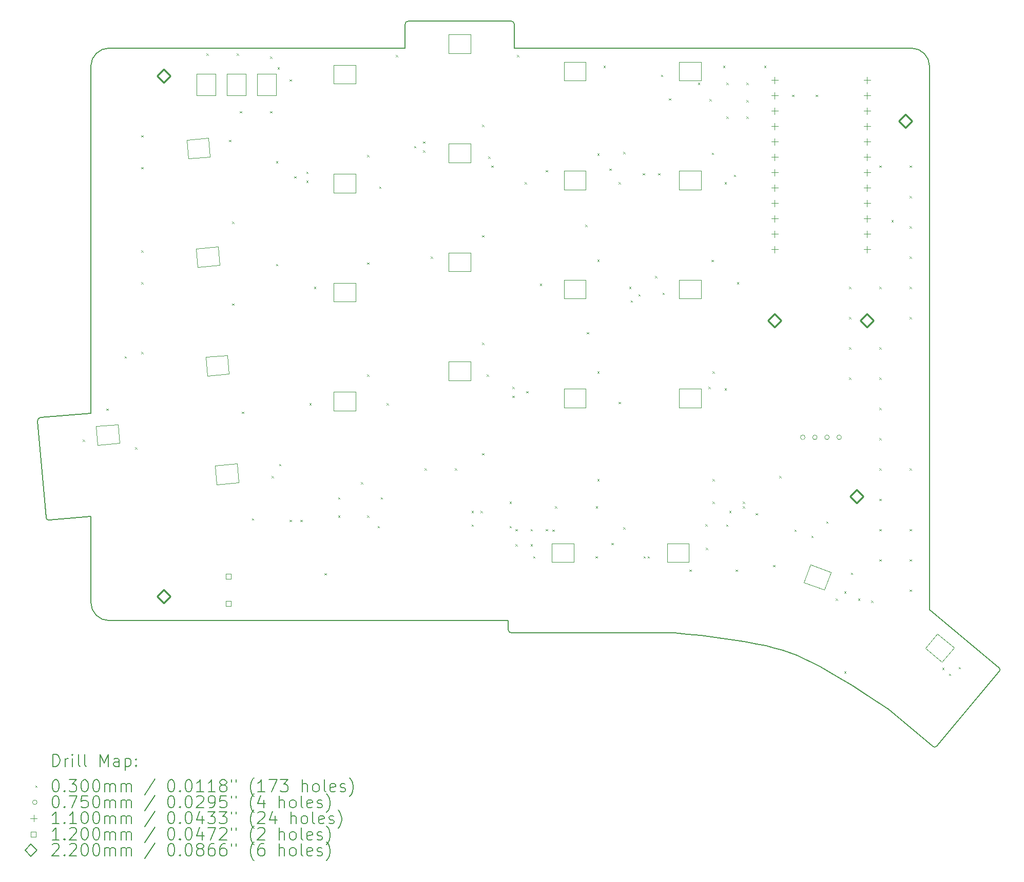
<source format=gbr>
%TF.GenerationSoftware,KiCad,Pcbnew,8.0.5*%
%TF.CreationDate,2024-11-21T22:10:02+01:00*%
%TF.ProjectId,stellar,7374656c-6c61-4722-9e6b-696361645f70,rev?*%
%TF.SameCoordinates,Original*%
%TF.FileFunction,Drillmap*%
%TF.FilePolarity,Positive*%
%FSLAX45Y45*%
G04 Gerber Fmt 4.5, Leading zero omitted, Abs format (unit mm)*
G04 Created by KiCad (PCBNEW 8.0.5) date 2024-11-21 22:10:02*
%MOMM*%
%LPD*%
G01*
G04 APERTURE LIST*
%ADD10C,0.149999*%
%ADD11C,0.150000*%
%ADD12C,0.100000*%
%ADD13C,0.200000*%
%ADD14C,0.110000*%
%ADD15C,0.120000*%
%ADD16C,0.220000*%
G04 APERTURE END LIST*
D10*
X17788740Y-13477738D02*
X18071101Y-13513153D01*
X12904310Y-3382360D02*
X12904310Y-3777569D01*
D11*
X21676074Y-15301730D02*
G75*
G02*
X21607128Y-15306374I-36904J33770D01*
G01*
D10*
X14704812Y-3777569D02*
X14704812Y-3379068D01*
X6886735Y-9878692D02*
X7720448Y-9805292D01*
X19489658Y-13859172D02*
X19619240Y-13923272D01*
D11*
X6841172Y-9930779D02*
G75*
G02*
X6886735Y-9878692I49948J2279D01*
G01*
X7720448Y-4068561D02*
G75*
G02*
X8020312Y-3777570I299861J-9005D01*
G01*
D10*
X19619240Y-13923272D02*
X19752801Y-13993956D01*
X18071101Y-13513153D02*
X18381871Y-13558823D01*
D11*
X14655310Y-13432360D02*
G75*
G02*
X14605310Y-13382360I0J50000D01*
G01*
D10*
X22701335Y-14076926D02*
X21676074Y-15301730D01*
X6980419Y-11527075D02*
X6841172Y-9930779D01*
X7720312Y-12928321D02*
X7720312Y-11512500D01*
X18381871Y-13558823D02*
X18540613Y-13585523D01*
X14605310Y-13229643D02*
X8020312Y-13229643D01*
X21554180Y-13046291D02*
X22700191Y-14004156D01*
X8020312Y-13229643D02*
X8020312Y-13229359D01*
X18850215Y-13646690D02*
X18995237Y-13681172D01*
X12904310Y-3777569D02*
X8020312Y-3777569D01*
X17345641Y-13432414D02*
X17558142Y-13452517D01*
X21607134Y-15306366D02*
X20875103Y-14695754D01*
X19366229Y-13803468D02*
X19489658Y-13859172D01*
X14704812Y-3777569D02*
X21260977Y-3777569D01*
D11*
X14654960Y-3332715D02*
G75*
G02*
X14704813Y-3379068I0J-49985D01*
G01*
D10*
X14654960Y-3332715D02*
X12960260Y-3332715D01*
X7720448Y-9805292D02*
X7720448Y-4068561D01*
D11*
X8020312Y-13229359D02*
G75*
G02*
X7720312Y-12928321I-2J299999D01*
G01*
D10*
X18697701Y-13614809D02*
X18850215Y-13646690D01*
X19752801Y-13993956D02*
X20023168Y-14147816D01*
X19129847Y-13718265D02*
X19251127Y-13757974D01*
X18995237Y-13681172D02*
X19129847Y-13718265D01*
X14655310Y-13432360D02*
X17345641Y-13432360D01*
D11*
X12904310Y-3382360D02*
G75*
G02*
X12960260Y-3332715I50000J0D01*
G01*
X7032511Y-11572674D02*
G75*
G02*
X6980423Y-11527075I-2281J49944D01*
G01*
D10*
X17558142Y-13452517D02*
X17788740Y-13477738D01*
X20516016Y-14454720D02*
X20703722Y-14578742D01*
X21554180Y-4077492D02*
X21554180Y-13046291D01*
X19251127Y-13757974D02*
X19366229Y-13803468D01*
D11*
X21260977Y-3777569D02*
G75*
G02*
X21554178Y-4077492I-6797J-299921D01*
G01*
X22700191Y-14004156D02*
G75*
G02*
X22701335Y-14076926I-33711J-36924D01*
G01*
D10*
X14605310Y-13382360D02*
X14605310Y-13229643D01*
X18540613Y-13585523D02*
X18697701Y-13614809D01*
X20283369Y-14306241D02*
X20516016Y-14454720D01*
X20023168Y-14147816D02*
X20283369Y-14306241D01*
X20703722Y-14578742D02*
X20874751Y-14695375D01*
X7720312Y-11512500D02*
X7032511Y-11572674D01*
D12*
X17224863Y-11954784D02*
X17224863Y-12264784D01*
X17224863Y-12264784D02*
X17584863Y-12264784D01*
X17584863Y-11954784D02*
X17224863Y-11954784D01*
X17584863Y-12264784D02*
X17584863Y-11954784D01*
X7806838Y-10021567D02*
X7833857Y-10330387D01*
X7833857Y-10330387D02*
X8192487Y-10299011D01*
X8165468Y-9990191D02*
X7806838Y-10021567D01*
X8192487Y-10299011D02*
X8165468Y-9990191D01*
X17424863Y-9404784D02*
X17424863Y-9714784D01*
X17424863Y-9714784D02*
X17784863Y-9714784D01*
X17784863Y-9404784D02*
X17424863Y-9404784D01*
X17784863Y-9714784D02*
X17784863Y-9404784D01*
X11724863Y-5854784D02*
X11724863Y-6164784D01*
X11724863Y-6164784D02*
X12084863Y-6164784D01*
X12084863Y-5854784D02*
X11724863Y-5854784D01*
X12084863Y-6164784D02*
X12084863Y-5854784D01*
X13624863Y-7154784D02*
X13624863Y-7464784D01*
X13624863Y-7464784D02*
X13984863Y-7464784D01*
X13984863Y-7154784D02*
X13624863Y-7154784D01*
X13984863Y-7464784D02*
X13984863Y-7154784D01*
X13624863Y-3554784D02*
X13624863Y-3864784D01*
X13624863Y-3864784D02*
X13984863Y-3864784D01*
X13984863Y-3554784D02*
X13624863Y-3554784D01*
X13984863Y-3864784D02*
X13984863Y-3554784D01*
X15524863Y-9404784D02*
X15524863Y-9714784D01*
X15524863Y-9714784D02*
X15884863Y-9714784D01*
X15884863Y-9404784D02*
X15524863Y-9404784D01*
X15884863Y-9714784D02*
X15884863Y-9404784D01*
X9457315Y-7086549D02*
X9484334Y-7395370D01*
X9484334Y-7395370D02*
X9842964Y-7363994D01*
X9815946Y-7055173D02*
X9457315Y-7086549D01*
X9842964Y-7363994D02*
X9815946Y-7055173D01*
X9467312Y-4202360D02*
X9467312Y-4562360D01*
X9467312Y-4562360D02*
X9777312Y-4562360D01*
X9777312Y-4202360D02*
X9467312Y-4202360D01*
X9777312Y-4562360D02*
X9777312Y-4202360D01*
X11724863Y-9454784D02*
X11724863Y-9764784D01*
X11724863Y-9764784D02*
X12084863Y-9764784D01*
X12084863Y-9454784D02*
X11724863Y-9454784D01*
X12084863Y-9764784D02*
X12084863Y-9454784D01*
X9300435Y-5293399D02*
X9327453Y-5602219D01*
X9327453Y-5602219D02*
X9686084Y-5570843D01*
X9659065Y-5262023D02*
X9300435Y-5293399D01*
X9686084Y-5570843D02*
X9659065Y-5262023D01*
X13624863Y-8954784D02*
X13624863Y-9264784D01*
X13624863Y-9264784D02*
X13984863Y-9264784D01*
X13984863Y-8954784D02*
X13624863Y-8954784D01*
X13984863Y-9264784D02*
X13984863Y-8954784D01*
X17424863Y-5804784D02*
X17424863Y-6114784D01*
X17424863Y-6114784D02*
X17784863Y-6114784D01*
X17784863Y-5804784D02*
X17424863Y-5804784D01*
X17784863Y-6114784D02*
X17784863Y-5804784D01*
X19480488Y-12599034D02*
X19818777Y-12722161D01*
X19586514Y-12307729D02*
X19480488Y-12599034D01*
X19818777Y-12722161D02*
X19924804Y-12430856D01*
X19924804Y-12430856D02*
X19586514Y-12307729D01*
X11724863Y-4054784D02*
X11724863Y-4364784D01*
X11724863Y-4364784D02*
X12084863Y-4364784D01*
X12084863Y-4054784D02*
X11724863Y-4054784D01*
X12084863Y-4364784D02*
X12084863Y-4054784D01*
X17424863Y-7604784D02*
X17424863Y-7914784D01*
X17424863Y-7914784D02*
X17784863Y-7914784D01*
X17784863Y-7604784D02*
X17424863Y-7604784D01*
X17784863Y-7914784D02*
X17784863Y-7604784D01*
X9614196Y-8879700D02*
X9641214Y-9188520D01*
X9641214Y-9188520D02*
X9999844Y-9157144D01*
X9972826Y-8848324D02*
X9614196Y-8879700D01*
X9999844Y-9157144D02*
X9972826Y-8848324D01*
X15524863Y-4004784D02*
X15524863Y-4314784D01*
X15524863Y-4314784D02*
X15884863Y-4314784D01*
X15884863Y-4004784D02*
X15524863Y-4004784D01*
X15884863Y-4314784D02*
X15884863Y-4004784D01*
X15324863Y-11954784D02*
X15324863Y-12264784D01*
X15324863Y-12264784D02*
X15684863Y-12264784D01*
X15684863Y-11954784D02*
X15324863Y-11954784D01*
X15684863Y-12264784D02*
X15684863Y-11954784D01*
X17424863Y-4004784D02*
X17424863Y-4314784D01*
X17424863Y-4314784D02*
X17784863Y-4314784D01*
X17784863Y-4004784D02*
X17424863Y-4004784D01*
X17784863Y-4314784D02*
X17784863Y-4004784D01*
X21485761Y-13684595D02*
X21761537Y-13915998D01*
X21685026Y-13447121D02*
X21485761Y-13684595D01*
X21761537Y-13915998D02*
X21960802Y-13678524D01*
X21960802Y-13678524D02*
X21685026Y-13447121D01*
X9967312Y-4202360D02*
X9967312Y-4562360D01*
X9967312Y-4562360D02*
X10277312Y-4562360D01*
X10277312Y-4202360D02*
X9967312Y-4202360D01*
X10277312Y-4562360D02*
X10277312Y-4202360D01*
X15524863Y-5804784D02*
X15524863Y-6114784D01*
X15524863Y-6114784D02*
X15884863Y-6114784D01*
X15884863Y-5804784D02*
X15524863Y-5804784D01*
X15884863Y-6114784D02*
X15884863Y-5804784D01*
X15524863Y-7604784D02*
X15524863Y-7914784D01*
X15524863Y-7914784D02*
X15884863Y-7914784D01*
X15884863Y-7604784D02*
X15524863Y-7604784D01*
X15884863Y-7914784D02*
X15884863Y-7604784D01*
X11724863Y-7654784D02*
X11724863Y-7964784D01*
X11724863Y-7964784D02*
X12084863Y-7964784D01*
X12084863Y-7654784D02*
X11724863Y-7654784D01*
X12084863Y-7964784D02*
X12084863Y-7654784D01*
X10467312Y-4202360D02*
X10467312Y-4562360D01*
X10467312Y-4562360D02*
X10777312Y-4562360D01*
X10777312Y-4202360D02*
X10467312Y-4202360D01*
X10777312Y-4562360D02*
X10777312Y-4202360D01*
X9771076Y-10672850D02*
X9798094Y-10981671D01*
X9798094Y-10981671D02*
X10156724Y-10950295D01*
X10129706Y-10641474D02*
X9771076Y-10672850D01*
X10156724Y-10950295D02*
X10129706Y-10641474D01*
X13624863Y-5354784D02*
X13624863Y-5664784D01*
X13624863Y-5664784D02*
X13984863Y-5664784D01*
X13984863Y-5354784D02*
X13624863Y-5354784D01*
X13984863Y-5664784D02*
X13984863Y-5354784D01*
D13*
D12*
X7585310Y-10242360D02*
X7615310Y-10272360D01*
X7615310Y-10242360D02*
X7585310Y-10272360D01*
X7975310Y-9727360D02*
X8005310Y-9757360D01*
X8005310Y-9727360D02*
X7975310Y-9757360D01*
X8275310Y-8867360D02*
X8305310Y-8897360D01*
X8305310Y-8867360D02*
X8275310Y-8897360D01*
X8450310Y-10367360D02*
X8480310Y-10397360D01*
X8480310Y-10367360D02*
X8450310Y-10397360D01*
X8550310Y-5217360D02*
X8580310Y-5247360D01*
X8580310Y-5217360D02*
X8550310Y-5247360D01*
X8550310Y-5742360D02*
X8580310Y-5772360D01*
X8580310Y-5742360D02*
X8550310Y-5772360D01*
X8550310Y-7117360D02*
X8580310Y-7147360D01*
X8580310Y-7117360D02*
X8550310Y-7147360D01*
X8550310Y-7642360D02*
X8580310Y-7672360D01*
X8580310Y-7642360D02*
X8550310Y-7672360D01*
X8550310Y-8792360D02*
X8580310Y-8822360D01*
X8580310Y-8792360D02*
X8550310Y-8822360D01*
X9625310Y-3867360D02*
X9655310Y-3897360D01*
X9655310Y-3867360D02*
X9625310Y-3897360D01*
X10000310Y-5292360D02*
X10030310Y-5322360D01*
X10030310Y-5292360D02*
X10000310Y-5322360D01*
X10050310Y-6642360D02*
X10080310Y-6672360D01*
X10080310Y-6642360D02*
X10050310Y-6672360D01*
X10050310Y-7992360D02*
X10080310Y-8022360D01*
X10080310Y-7992360D02*
X10050310Y-8022360D01*
X10125310Y-3867360D02*
X10155310Y-3897360D01*
X10155310Y-3867360D02*
X10125310Y-3897360D01*
X10175310Y-4817360D02*
X10205310Y-4847360D01*
X10205310Y-4817360D02*
X10175310Y-4847360D01*
X10211095Y-9778145D02*
X10241095Y-9808145D01*
X10241095Y-9778145D02*
X10211095Y-9808145D01*
X10375310Y-11542360D02*
X10405310Y-11572360D01*
X10405310Y-11542360D02*
X10375310Y-11572360D01*
X10675310Y-3917360D02*
X10705310Y-3947360D01*
X10705310Y-3917360D02*
X10675310Y-3947360D01*
X10675310Y-4817360D02*
X10705310Y-4847360D01*
X10705310Y-4817360D02*
X10675310Y-4847360D01*
X10700768Y-10841903D02*
X10730768Y-10871903D01*
X10730768Y-10841903D02*
X10700768Y-10871903D01*
X10775310Y-5642360D02*
X10805310Y-5672360D01*
X10805310Y-5642360D02*
X10775310Y-5672360D01*
X10775310Y-7342360D02*
X10805310Y-7372360D01*
X10805310Y-7342360D02*
X10775310Y-7372360D01*
X10800310Y-4092360D02*
X10830310Y-4122360D01*
X10830310Y-4092360D02*
X10800310Y-4122360D01*
X10825310Y-10642360D02*
X10855310Y-10672360D01*
X10855310Y-10642360D02*
X10825310Y-10672360D01*
X11000310Y-4292360D02*
X11030310Y-4322360D01*
X11030310Y-4292360D02*
X11000310Y-4322360D01*
X11000310Y-11567360D02*
X11030310Y-11597360D01*
X11030310Y-11567360D02*
X11000310Y-11597360D01*
X11075310Y-5892360D02*
X11105310Y-5922360D01*
X11105310Y-5892360D02*
X11075310Y-5922360D01*
X11175310Y-11567360D02*
X11205310Y-11597360D01*
X11205310Y-11567360D02*
X11175310Y-11597360D01*
X11275310Y-5817360D02*
X11305310Y-5847360D01*
X11305310Y-5817360D02*
X11275310Y-5847360D01*
X11275310Y-5967360D02*
X11305310Y-5997360D01*
X11305310Y-5967360D02*
X11275310Y-5997360D01*
X11325310Y-9642360D02*
X11355310Y-9672360D01*
X11355310Y-9642360D02*
X11325310Y-9672360D01*
X11400310Y-7717360D02*
X11430310Y-7747360D01*
X11430310Y-7717360D02*
X11400310Y-7747360D01*
X11575310Y-12447360D02*
X11605310Y-12477360D01*
X11605310Y-12447360D02*
X11575310Y-12477360D01*
X11800310Y-11192360D02*
X11830310Y-11222360D01*
X11830310Y-11192360D02*
X11800310Y-11222360D01*
X11800310Y-11492360D02*
X11830310Y-11522360D01*
X11830310Y-11492360D02*
X11800310Y-11522360D01*
X12175310Y-10942360D02*
X12205310Y-10972360D01*
X12205310Y-10942360D02*
X12175310Y-10972360D01*
X12275310Y-5542360D02*
X12305310Y-5572360D01*
X12305310Y-5542360D02*
X12275310Y-5572360D01*
X12275310Y-7317360D02*
X12305310Y-7347360D01*
X12305310Y-7317360D02*
X12275310Y-7347360D01*
X12275310Y-9167360D02*
X12305310Y-9197360D01*
X12305310Y-9167360D02*
X12275310Y-9197360D01*
X12275310Y-11492360D02*
X12305310Y-11522360D01*
X12305310Y-11492360D02*
X12275310Y-11522360D01*
X12450310Y-11667360D02*
X12480310Y-11697360D01*
X12480310Y-11667360D02*
X12450310Y-11697360D01*
X12475310Y-6064784D02*
X12505310Y-6094784D01*
X12505310Y-6064784D02*
X12475310Y-6094784D01*
X12500310Y-11192360D02*
X12530310Y-11222360D01*
X12530310Y-11192360D02*
X12500310Y-11222360D01*
X12600310Y-9642360D02*
X12630310Y-9672360D01*
X12630310Y-9642360D02*
X12600310Y-9672360D01*
X12750310Y-3892360D02*
X12780310Y-3922360D01*
X12780310Y-3892360D02*
X12750310Y-3922360D01*
X13050310Y-5392360D02*
X13080310Y-5422360D01*
X13080310Y-5392360D02*
X13050310Y-5422360D01*
X13200310Y-5317360D02*
X13230310Y-5347360D01*
X13230310Y-5317360D02*
X13200310Y-5347360D01*
X13200310Y-5467360D02*
X13230310Y-5497360D01*
X13230310Y-5467360D02*
X13200310Y-5497360D01*
X13225310Y-10717360D02*
X13255310Y-10747360D01*
X13255310Y-10717360D02*
X13225310Y-10747360D01*
X13325310Y-7217360D02*
X13355310Y-7247360D01*
X13355310Y-7217360D02*
X13325310Y-7247360D01*
X13725310Y-10717360D02*
X13755310Y-10747360D01*
X13755310Y-10717360D02*
X13725310Y-10747360D01*
X14000310Y-11417360D02*
X14030310Y-11447360D01*
X14030310Y-11417360D02*
X14000310Y-11447360D01*
X14000310Y-11642360D02*
X14030310Y-11672360D01*
X14030310Y-11642360D02*
X14000310Y-11672360D01*
X14150310Y-11417360D02*
X14180310Y-11447360D01*
X14180310Y-11417360D02*
X14150310Y-11447360D01*
X14175310Y-5042360D02*
X14205310Y-5072360D01*
X14205310Y-5042360D02*
X14175310Y-5072360D01*
X14175310Y-6867360D02*
X14205310Y-6897360D01*
X14205310Y-6867360D02*
X14175310Y-6897360D01*
X14175310Y-8642360D02*
X14205310Y-8672360D01*
X14205310Y-8642360D02*
X14175310Y-8672360D01*
X14175310Y-10467360D02*
X14205310Y-10497360D01*
X14205310Y-10467360D02*
X14175310Y-10497360D01*
X14250310Y-9167360D02*
X14280310Y-9197360D01*
X14280310Y-9167360D02*
X14250310Y-9197360D01*
X14275310Y-5567360D02*
X14305310Y-5597360D01*
X14305310Y-5567360D02*
X14275310Y-5597360D01*
X14325310Y-5717360D02*
X14355310Y-5747360D01*
X14355310Y-5717360D02*
X14325310Y-5747360D01*
X14625310Y-11267360D02*
X14655310Y-11297360D01*
X14655310Y-11267360D02*
X14625310Y-11297360D01*
X14625310Y-11667360D02*
X14655310Y-11697360D01*
X14655310Y-11667360D02*
X14625310Y-11697360D01*
X14675310Y-9367360D02*
X14705310Y-9397360D01*
X14705310Y-9367360D02*
X14675310Y-9397360D01*
X14675310Y-9517360D02*
X14705310Y-9547360D01*
X14705310Y-9517360D02*
X14675310Y-9547360D01*
X14725310Y-11717360D02*
X14755310Y-11747360D01*
X14755310Y-11717360D02*
X14725310Y-11747360D01*
X14725310Y-11967360D02*
X14755310Y-11997360D01*
X14755310Y-11967360D02*
X14725310Y-11997360D01*
X14750310Y-3892360D02*
X14780310Y-3922360D01*
X14780310Y-3892360D02*
X14750310Y-3922360D01*
X14875310Y-5992360D02*
X14905310Y-6022360D01*
X14905310Y-5992360D02*
X14875310Y-6022360D01*
X14900310Y-9442360D02*
X14930310Y-9472360D01*
X14930310Y-9442360D02*
X14900310Y-9472360D01*
X14975310Y-11717360D02*
X15005310Y-11747360D01*
X15005310Y-11717360D02*
X14975310Y-11747360D01*
X14975310Y-11967360D02*
X15005310Y-11997360D01*
X15005310Y-11967360D02*
X14975310Y-11997360D01*
X15015310Y-12167360D02*
X15045310Y-12197360D01*
X15045310Y-12167360D02*
X15015310Y-12197360D01*
X15125310Y-7667360D02*
X15155310Y-7697360D01*
X15155310Y-7667360D02*
X15125310Y-7697360D01*
X15225310Y-5792360D02*
X15255310Y-5822360D01*
X15255310Y-5792360D02*
X15225310Y-5822360D01*
X15225310Y-11717360D02*
X15255310Y-11747360D01*
X15255310Y-11717360D02*
X15225310Y-11747360D01*
X15335310Y-11727360D02*
X15365310Y-11757360D01*
X15365310Y-11727360D02*
X15335310Y-11757360D01*
X15375310Y-11342360D02*
X15405310Y-11372360D01*
X15405310Y-11342360D02*
X15375310Y-11372360D01*
X15875310Y-6692360D02*
X15905310Y-6722360D01*
X15905310Y-6692360D02*
X15875310Y-6722360D01*
X15900310Y-8467360D02*
X15930310Y-8497360D01*
X15930310Y-8467360D02*
X15900310Y-8497360D01*
X16045310Y-12167360D02*
X16075310Y-12197360D01*
X16075310Y-12167360D02*
X16045310Y-12197360D01*
X16050310Y-11342360D02*
X16080310Y-11372360D01*
X16080310Y-11342360D02*
X16050310Y-11372360D01*
X16075310Y-5517360D02*
X16105310Y-5547360D01*
X16105310Y-5517360D02*
X16075310Y-5547360D01*
X16075310Y-7267360D02*
X16105310Y-7297360D01*
X16105310Y-7267360D02*
X16075310Y-7297360D01*
X16075310Y-9117360D02*
X16105310Y-9147360D01*
X16105310Y-9117360D02*
X16075310Y-9147360D01*
X16075310Y-10892360D02*
X16105310Y-10922360D01*
X16105310Y-10892360D02*
X16075310Y-10922360D01*
X16175310Y-4067360D02*
X16205310Y-4097360D01*
X16205310Y-4067360D02*
X16175310Y-4097360D01*
X16275310Y-5767360D02*
X16305310Y-5797360D01*
X16305310Y-5767360D02*
X16275310Y-5797360D01*
X16305310Y-11947360D02*
X16335310Y-11977360D01*
X16335310Y-11947360D02*
X16305310Y-11977360D01*
X16425310Y-5992360D02*
X16455310Y-6022360D01*
X16455310Y-5992360D02*
X16425310Y-6022360D01*
X16425310Y-9617360D02*
X16455310Y-9647360D01*
X16455310Y-9617360D02*
X16425310Y-9647360D01*
X16500310Y-5492360D02*
X16530310Y-5522360D01*
X16530310Y-5492360D02*
X16500310Y-5522360D01*
X16500310Y-11687360D02*
X16530310Y-11717360D01*
X16530310Y-11687360D02*
X16500310Y-11717360D01*
X16600310Y-7717360D02*
X16630310Y-7747360D01*
X16630310Y-7717360D02*
X16600310Y-7747360D01*
X16625310Y-7942360D02*
X16655310Y-7972360D01*
X16655310Y-7942360D02*
X16625310Y-7972360D01*
X16750310Y-7842360D02*
X16780310Y-7872360D01*
X16780310Y-7842360D02*
X16750310Y-7872360D01*
X16825310Y-5842360D02*
X16855310Y-5872360D01*
X16855310Y-5842360D02*
X16825310Y-5872360D01*
X16835310Y-12167360D02*
X16865310Y-12197360D01*
X16865310Y-12167360D02*
X16835310Y-12197360D01*
X16905310Y-12167360D02*
X16935310Y-12197360D01*
X16935310Y-12167360D02*
X16905310Y-12197360D01*
X17025310Y-7542360D02*
X17055310Y-7572360D01*
X17055310Y-7542360D02*
X17025310Y-7572360D01*
X17075310Y-5842360D02*
X17105310Y-5872360D01*
X17105310Y-5842360D02*
X17075310Y-5872360D01*
X17125310Y-4217360D02*
X17155310Y-4247360D01*
X17155310Y-4217360D02*
X17125310Y-4247360D01*
X17150310Y-7817360D02*
X17180310Y-7847360D01*
X17180310Y-7817360D02*
X17150310Y-7847360D01*
X17255310Y-4607360D02*
X17285310Y-4637360D01*
X17285310Y-4607360D02*
X17255310Y-4637360D01*
X17595310Y-12387360D02*
X17625310Y-12417360D01*
X17625310Y-12387360D02*
X17595310Y-12417360D01*
X17735310Y-4347360D02*
X17765310Y-4377360D01*
X17765310Y-4347360D02*
X17735310Y-4377360D01*
X17855310Y-11637360D02*
X17885310Y-11667360D01*
X17885310Y-11637360D02*
X17855310Y-11667360D01*
X17865310Y-12027360D02*
X17895310Y-12057360D01*
X17895310Y-12027360D02*
X17865310Y-12057360D01*
X17905310Y-9367360D02*
X17935310Y-9397360D01*
X17935310Y-9367360D02*
X17905310Y-9397360D01*
X17925310Y-4617360D02*
X17955310Y-4647360D01*
X17955310Y-4617360D02*
X17925310Y-4647360D01*
X17956560Y-7273610D02*
X17986560Y-7303610D01*
X17986560Y-7273610D02*
X17956560Y-7303610D01*
X17962810Y-5504860D02*
X17992810Y-5534860D01*
X17992810Y-5504860D02*
X17962810Y-5534860D01*
X17975310Y-9117360D02*
X18005310Y-9147360D01*
X18005310Y-9117360D02*
X17975310Y-9147360D01*
X17975310Y-10892360D02*
X18005310Y-10922360D01*
X18005310Y-10892360D02*
X17975310Y-10922360D01*
X17975310Y-11267360D02*
X18005310Y-11297360D01*
X18005310Y-11267360D02*
X17975310Y-11297360D01*
X18150310Y-4067360D02*
X18180310Y-4097360D01*
X18180310Y-4067360D02*
X18150310Y-4097360D01*
X18175310Y-5992360D02*
X18205310Y-6022360D01*
X18205310Y-5992360D02*
X18175310Y-6022360D01*
X18175310Y-9392360D02*
X18205310Y-9422360D01*
X18205310Y-9392360D02*
X18175310Y-9422360D01*
X18200310Y-11642360D02*
X18230310Y-11672360D01*
X18230310Y-11642360D02*
X18200310Y-11672360D01*
X18205310Y-4347360D02*
X18235310Y-4377360D01*
X18235310Y-4347360D02*
X18205310Y-4377360D01*
X18205310Y-4907360D02*
X18235310Y-4937360D01*
X18235310Y-4907360D02*
X18205310Y-4937360D01*
X18250310Y-11417360D02*
X18280310Y-11447360D01*
X18280310Y-11417360D02*
X18250310Y-11447360D01*
X18325310Y-5867360D02*
X18355310Y-5897360D01*
X18355310Y-5867360D02*
X18325310Y-5897360D01*
X18355310Y-12387360D02*
X18385310Y-12417360D01*
X18385310Y-12387360D02*
X18355310Y-12417360D01*
X18375310Y-7642360D02*
X18405310Y-7672360D01*
X18405310Y-7642360D02*
X18375310Y-7672360D01*
X18475310Y-11267360D02*
X18505310Y-11297360D01*
X18505310Y-11267360D02*
X18475310Y-11297360D01*
X18475310Y-11342360D02*
X18505310Y-11372360D01*
X18505310Y-11342360D02*
X18475310Y-11372360D01*
X18535310Y-4347360D02*
X18565310Y-4377360D01*
X18565310Y-4347360D02*
X18535310Y-4377360D01*
X18535310Y-4637360D02*
X18565310Y-4667360D01*
X18565310Y-4637360D02*
X18535310Y-4667360D01*
X18535310Y-4907360D02*
X18565310Y-4937360D01*
X18565310Y-4907360D02*
X18535310Y-4937360D01*
X18685310Y-11457360D02*
X18715310Y-11487360D01*
X18715310Y-11457360D02*
X18685310Y-11487360D01*
X18825310Y-4067360D02*
X18855310Y-4097360D01*
X18855310Y-4067360D02*
X18825310Y-4097360D01*
X18975310Y-12311711D02*
X19005310Y-12341711D01*
X19005310Y-12311711D02*
X18975310Y-12341711D01*
X19075310Y-10842360D02*
X19105310Y-10872360D01*
X19105310Y-10842360D02*
X19075310Y-10872360D01*
X19285310Y-4547360D02*
X19315310Y-4577360D01*
X19315310Y-4547360D02*
X19285310Y-4577360D01*
X19325310Y-11727360D02*
X19355310Y-11757360D01*
X19355310Y-11727360D02*
X19325310Y-11757360D01*
X19605310Y-11827360D02*
X19635310Y-11857360D01*
X19635310Y-11827360D02*
X19605310Y-11857360D01*
X19675310Y-4547360D02*
X19705310Y-4577360D01*
X19705310Y-4547360D02*
X19675310Y-4577360D01*
X19850310Y-11592360D02*
X19880310Y-11622360D01*
X19880310Y-11592360D02*
X19850310Y-11622360D01*
X20005310Y-12867360D02*
X20035310Y-12897360D01*
X20035310Y-12867360D02*
X20005310Y-12897360D01*
X20145310Y-12747360D02*
X20175310Y-12777360D01*
X20175310Y-12747360D02*
X20145310Y-12777360D01*
X20145310Y-14067360D02*
X20175310Y-14097360D01*
X20175310Y-14067360D02*
X20145310Y-14097360D01*
X20225310Y-7717360D02*
X20255310Y-7747360D01*
X20255310Y-7717360D02*
X20225310Y-7747360D01*
X20225310Y-8217360D02*
X20255310Y-8247360D01*
X20255310Y-8217360D02*
X20225310Y-8247360D01*
X20225310Y-8717360D02*
X20255310Y-8747360D01*
X20255310Y-8717360D02*
X20225310Y-8747360D01*
X20225310Y-9217360D02*
X20255310Y-9247360D01*
X20255310Y-9217360D02*
X20225310Y-9247360D01*
X20255310Y-12437360D02*
X20285310Y-12467360D01*
X20285310Y-12437360D02*
X20255310Y-12467360D01*
X20375310Y-12867360D02*
X20405310Y-12897360D01*
X20405310Y-12867360D02*
X20375310Y-12897360D01*
X20590595Y-12902075D02*
X20620595Y-12932075D01*
X20620595Y-12902075D02*
X20590595Y-12932075D01*
X20725310Y-5717360D02*
X20755310Y-5747360D01*
X20755310Y-5717360D02*
X20725310Y-5747360D01*
X20725310Y-7717360D02*
X20755310Y-7747360D01*
X20755310Y-7717360D02*
X20725310Y-7747360D01*
X20725310Y-8717360D02*
X20755310Y-8747360D01*
X20755310Y-8717360D02*
X20725310Y-8747360D01*
X20725310Y-9217360D02*
X20755310Y-9247360D01*
X20755310Y-9217360D02*
X20725310Y-9247360D01*
X20725310Y-9717360D02*
X20755310Y-9747360D01*
X20755310Y-9717360D02*
X20725310Y-9747360D01*
X20725310Y-10217360D02*
X20755310Y-10247360D01*
X20755310Y-10217360D02*
X20725310Y-10247360D01*
X20725310Y-10717360D02*
X20755310Y-10747360D01*
X20755310Y-10717360D02*
X20725310Y-10747360D01*
X20725310Y-11217360D02*
X20755310Y-11247360D01*
X20755310Y-11217360D02*
X20725310Y-11247360D01*
X20725310Y-11717360D02*
X20755310Y-11747360D01*
X20755310Y-11717360D02*
X20725310Y-11747360D01*
X20725310Y-12217360D02*
X20755310Y-12247360D01*
X20755310Y-12217360D02*
X20725310Y-12247360D01*
X20925310Y-6617360D02*
X20955310Y-6647360D01*
X20955310Y-6617360D02*
X20925310Y-6647360D01*
X21225310Y-5717360D02*
X21255310Y-5747360D01*
X21255310Y-5717360D02*
X21225310Y-5747360D01*
X21225310Y-6217360D02*
X21255310Y-6247360D01*
X21255310Y-6217360D02*
X21225310Y-6247360D01*
X21225310Y-6717360D02*
X21255310Y-6747360D01*
X21255310Y-6717360D02*
X21225310Y-6747360D01*
X21225310Y-7217360D02*
X21255310Y-7247360D01*
X21255310Y-7217360D02*
X21225310Y-7247360D01*
X21225310Y-7717360D02*
X21255310Y-7747360D01*
X21255310Y-7717360D02*
X21225310Y-7747360D01*
X21225310Y-8217360D02*
X21255310Y-8247360D01*
X21255310Y-8217360D02*
X21225310Y-8247360D01*
X21225310Y-10717360D02*
X21255310Y-10747360D01*
X21255310Y-10717360D02*
X21225310Y-10747360D01*
X21225310Y-11717360D02*
X21255310Y-11747360D01*
X21255310Y-11717360D02*
X21225310Y-11747360D01*
X21225310Y-12217360D02*
X21255310Y-12247360D01*
X21255310Y-12217360D02*
X21225310Y-12247360D01*
X21225310Y-12717360D02*
X21255310Y-12747360D01*
X21255310Y-12717360D02*
X21225310Y-12747360D01*
X21765310Y-14007360D02*
X21795310Y-14037360D01*
X21795310Y-14007360D02*
X21765310Y-14037360D01*
X21875310Y-14107360D02*
X21905310Y-14137360D01*
X21905310Y-14107360D02*
X21875310Y-14137360D01*
X22035310Y-13997360D02*
X22065310Y-14027360D01*
X22065310Y-13997360D02*
X22035310Y-14027360D01*
X19500500Y-10203419D02*
G75*
G02*
X19425500Y-10203419I-37500J0D01*
G01*
X19425500Y-10203419D02*
G75*
G02*
X19500500Y-10203419I37500J0D01*
G01*
X19700500Y-10203419D02*
G75*
G02*
X19625500Y-10203419I-37500J0D01*
G01*
X19625500Y-10203419D02*
G75*
G02*
X19700500Y-10203419I37500J0D01*
G01*
X19900500Y-10203419D02*
G75*
G02*
X19825500Y-10203419I-37500J0D01*
G01*
X19825500Y-10203419D02*
G75*
G02*
X19900500Y-10203419I37500J0D01*
G01*
X20100500Y-10203419D02*
G75*
G02*
X20025500Y-10203419I-37500J0D01*
G01*
X20025500Y-10203419D02*
G75*
G02*
X20100500Y-10203419I37500J0D01*
G01*
D14*
X19001000Y-4251419D02*
X19001000Y-4361419D01*
X18946000Y-4306419D02*
X19056000Y-4306419D01*
X19001000Y-4505419D02*
X19001000Y-4615419D01*
X18946000Y-4560419D02*
X19056000Y-4560419D01*
X19001000Y-4759419D02*
X19001000Y-4869419D01*
X18946000Y-4814419D02*
X19056000Y-4814419D01*
X19001000Y-5013419D02*
X19001000Y-5123419D01*
X18946000Y-5068419D02*
X19056000Y-5068419D01*
X19001000Y-5267419D02*
X19001000Y-5377419D01*
X18946000Y-5322419D02*
X19056000Y-5322419D01*
X19001000Y-5521419D02*
X19001000Y-5631419D01*
X18946000Y-5576419D02*
X19056000Y-5576419D01*
X19001000Y-5775419D02*
X19001000Y-5885419D01*
X18946000Y-5830419D02*
X19056000Y-5830419D01*
X19001000Y-6029419D02*
X19001000Y-6139419D01*
X18946000Y-6084419D02*
X19056000Y-6084419D01*
X19001000Y-6283419D02*
X19001000Y-6393419D01*
X18946000Y-6338419D02*
X19056000Y-6338419D01*
X19001000Y-6537419D02*
X19001000Y-6647419D01*
X18946000Y-6592419D02*
X19056000Y-6592419D01*
X19001000Y-6791419D02*
X19001000Y-6901419D01*
X18946000Y-6846419D02*
X19056000Y-6846419D01*
X19001000Y-7045419D02*
X19001000Y-7155419D01*
X18946000Y-7100419D02*
X19056000Y-7100419D01*
X20525000Y-4251419D02*
X20525000Y-4361419D01*
X20470000Y-4306419D02*
X20580000Y-4306419D01*
X20525000Y-4505419D02*
X20525000Y-4615419D01*
X20470000Y-4560419D02*
X20580000Y-4560419D01*
X20525000Y-4759419D02*
X20525000Y-4869419D01*
X20470000Y-4814419D02*
X20580000Y-4814419D01*
X20525000Y-5013419D02*
X20525000Y-5123419D01*
X20470000Y-5068419D02*
X20580000Y-5068419D01*
X20525000Y-5267419D02*
X20525000Y-5377419D01*
X20470000Y-5322419D02*
X20580000Y-5322419D01*
X20525000Y-5521419D02*
X20525000Y-5631419D01*
X20470000Y-5576419D02*
X20580000Y-5576419D01*
X20525000Y-5775419D02*
X20525000Y-5885419D01*
X20470000Y-5830419D02*
X20580000Y-5830419D01*
X20525000Y-6029419D02*
X20525000Y-6139419D01*
X20470000Y-6084419D02*
X20580000Y-6084419D01*
X20525000Y-6283419D02*
X20525000Y-6393419D01*
X20470000Y-6338419D02*
X20580000Y-6338419D01*
X20525000Y-6537419D02*
X20525000Y-6647419D01*
X20470000Y-6592419D02*
X20580000Y-6592419D01*
X20525000Y-6791419D02*
X20525000Y-6901419D01*
X20470000Y-6846419D02*
X20580000Y-6846419D01*
X20525000Y-7045419D02*
X20525000Y-7155419D01*
X20470000Y-7100419D02*
X20580000Y-7100419D01*
D15*
X10031707Y-12540187D02*
X10031707Y-12455334D01*
X9946853Y-12455334D01*
X9946853Y-12540187D01*
X10031707Y-12540187D01*
X10031707Y-12995187D02*
X10031707Y-12910334D01*
X9946853Y-12910334D01*
X9946853Y-12995187D01*
X10031707Y-12995187D01*
D16*
X8920310Y-4342360D02*
X9030310Y-4232360D01*
X8920310Y-4122360D01*
X8810310Y-4232360D01*
X8920310Y-4342360D01*
X8920310Y-12939360D02*
X9030310Y-12829360D01*
X8920310Y-12719360D01*
X8810310Y-12829360D01*
X8920310Y-12939360D01*
X19000310Y-8387569D02*
X19110310Y-8277569D01*
X19000310Y-8167569D01*
X18890310Y-8277569D01*
X19000310Y-8387569D01*
X20354180Y-11287490D02*
X20464180Y-11177490D01*
X20354180Y-11067490D01*
X20244180Y-11177490D01*
X20354180Y-11287490D01*
X20520310Y-8387569D02*
X20630310Y-8277569D01*
X20520310Y-8167569D01*
X20410310Y-8277569D01*
X20520310Y-8387569D01*
X21154180Y-5087490D02*
X21264180Y-4977490D01*
X21154180Y-4867490D01*
X21044180Y-4977490D01*
X21154180Y-5087490D01*
D13*
X7094396Y-15636967D02*
X7094396Y-15436967D01*
X7094396Y-15436967D02*
X7142015Y-15436967D01*
X7142015Y-15436967D02*
X7170587Y-15446491D01*
X7170587Y-15446491D02*
X7189635Y-15465538D01*
X7189635Y-15465538D02*
X7199158Y-15484586D01*
X7199158Y-15484586D02*
X7208682Y-15522681D01*
X7208682Y-15522681D02*
X7208682Y-15551253D01*
X7208682Y-15551253D02*
X7199158Y-15589348D01*
X7199158Y-15589348D02*
X7189635Y-15608395D01*
X7189635Y-15608395D02*
X7170587Y-15627443D01*
X7170587Y-15627443D02*
X7142015Y-15636967D01*
X7142015Y-15636967D02*
X7094396Y-15636967D01*
X7294396Y-15636967D02*
X7294396Y-15503634D01*
X7294396Y-15541729D02*
X7303920Y-15522681D01*
X7303920Y-15522681D02*
X7313444Y-15513157D01*
X7313444Y-15513157D02*
X7332492Y-15503634D01*
X7332492Y-15503634D02*
X7351539Y-15503634D01*
X7418206Y-15636967D02*
X7418206Y-15503634D01*
X7418206Y-15436967D02*
X7408682Y-15446491D01*
X7408682Y-15446491D02*
X7418206Y-15456015D01*
X7418206Y-15456015D02*
X7427730Y-15446491D01*
X7427730Y-15446491D02*
X7418206Y-15436967D01*
X7418206Y-15436967D02*
X7418206Y-15456015D01*
X7542015Y-15636967D02*
X7522968Y-15627443D01*
X7522968Y-15627443D02*
X7513444Y-15608395D01*
X7513444Y-15608395D02*
X7513444Y-15436967D01*
X7646777Y-15636967D02*
X7627730Y-15627443D01*
X7627730Y-15627443D02*
X7618206Y-15608395D01*
X7618206Y-15608395D02*
X7618206Y-15436967D01*
X7875349Y-15636967D02*
X7875349Y-15436967D01*
X7875349Y-15436967D02*
X7942016Y-15579824D01*
X7942016Y-15579824D02*
X8008682Y-15436967D01*
X8008682Y-15436967D02*
X8008682Y-15636967D01*
X8189635Y-15636967D02*
X8189635Y-15532205D01*
X8189635Y-15532205D02*
X8180111Y-15513157D01*
X8180111Y-15513157D02*
X8161063Y-15503634D01*
X8161063Y-15503634D02*
X8122968Y-15503634D01*
X8122968Y-15503634D02*
X8103920Y-15513157D01*
X8189635Y-15627443D02*
X8170587Y-15636967D01*
X8170587Y-15636967D02*
X8122968Y-15636967D01*
X8122968Y-15636967D02*
X8103920Y-15627443D01*
X8103920Y-15627443D02*
X8094396Y-15608395D01*
X8094396Y-15608395D02*
X8094396Y-15589348D01*
X8094396Y-15589348D02*
X8103920Y-15570300D01*
X8103920Y-15570300D02*
X8122968Y-15560776D01*
X8122968Y-15560776D02*
X8170587Y-15560776D01*
X8170587Y-15560776D02*
X8189635Y-15551253D01*
X8284873Y-15503634D02*
X8284873Y-15703634D01*
X8284873Y-15513157D02*
X8303920Y-15503634D01*
X8303920Y-15503634D02*
X8342016Y-15503634D01*
X8342016Y-15503634D02*
X8361063Y-15513157D01*
X8361063Y-15513157D02*
X8370587Y-15522681D01*
X8370587Y-15522681D02*
X8380111Y-15541729D01*
X8380111Y-15541729D02*
X8380111Y-15598872D01*
X8380111Y-15598872D02*
X8370587Y-15617919D01*
X8370587Y-15617919D02*
X8361063Y-15627443D01*
X8361063Y-15627443D02*
X8342016Y-15636967D01*
X8342016Y-15636967D02*
X8303920Y-15636967D01*
X8303920Y-15636967D02*
X8284873Y-15627443D01*
X8465825Y-15617919D02*
X8475349Y-15627443D01*
X8475349Y-15627443D02*
X8465825Y-15636967D01*
X8465825Y-15636967D02*
X8456301Y-15627443D01*
X8456301Y-15627443D02*
X8465825Y-15617919D01*
X8465825Y-15617919D02*
X8465825Y-15636967D01*
X8465825Y-15513157D02*
X8475349Y-15522681D01*
X8475349Y-15522681D02*
X8465825Y-15532205D01*
X8465825Y-15532205D02*
X8456301Y-15522681D01*
X8456301Y-15522681D02*
X8465825Y-15513157D01*
X8465825Y-15513157D02*
X8465825Y-15532205D01*
D12*
X6803620Y-15950483D02*
X6833620Y-15980483D01*
X6833620Y-15950483D02*
X6803620Y-15980483D01*
D13*
X7132492Y-15856967D02*
X7151539Y-15856967D01*
X7151539Y-15856967D02*
X7170587Y-15866491D01*
X7170587Y-15866491D02*
X7180111Y-15876015D01*
X7180111Y-15876015D02*
X7189635Y-15895062D01*
X7189635Y-15895062D02*
X7199158Y-15933157D01*
X7199158Y-15933157D02*
X7199158Y-15980776D01*
X7199158Y-15980776D02*
X7189635Y-16018872D01*
X7189635Y-16018872D02*
X7180111Y-16037919D01*
X7180111Y-16037919D02*
X7170587Y-16047443D01*
X7170587Y-16047443D02*
X7151539Y-16056967D01*
X7151539Y-16056967D02*
X7132492Y-16056967D01*
X7132492Y-16056967D02*
X7113444Y-16047443D01*
X7113444Y-16047443D02*
X7103920Y-16037919D01*
X7103920Y-16037919D02*
X7094396Y-16018872D01*
X7094396Y-16018872D02*
X7084873Y-15980776D01*
X7084873Y-15980776D02*
X7084873Y-15933157D01*
X7084873Y-15933157D02*
X7094396Y-15895062D01*
X7094396Y-15895062D02*
X7103920Y-15876015D01*
X7103920Y-15876015D02*
X7113444Y-15866491D01*
X7113444Y-15866491D02*
X7132492Y-15856967D01*
X7284873Y-16037919D02*
X7294396Y-16047443D01*
X7294396Y-16047443D02*
X7284873Y-16056967D01*
X7284873Y-16056967D02*
X7275349Y-16047443D01*
X7275349Y-16047443D02*
X7284873Y-16037919D01*
X7284873Y-16037919D02*
X7284873Y-16056967D01*
X7361063Y-15856967D02*
X7484873Y-15856967D01*
X7484873Y-15856967D02*
X7418206Y-15933157D01*
X7418206Y-15933157D02*
X7446777Y-15933157D01*
X7446777Y-15933157D02*
X7465825Y-15942681D01*
X7465825Y-15942681D02*
X7475349Y-15952205D01*
X7475349Y-15952205D02*
X7484873Y-15971253D01*
X7484873Y-15971253D02*
X7484873Y-16018872D01*
X7484873Y-16018872D02*
X7475349Y-16037919D01*
X7475349Y-16037919D02*
X7465825Y-16047443D01*
X7465825Y-16047443D02*
X7446777Y-16056967D01*
X7446777Y-16056967D02*
X7389635Y-16056967D01*
X7389635Y-16056967D02*
X7370587Y-16047443D01*
X7370587Y-16047443D02*
X7361063Y-16037919D01*
X7608682Y-15856967D02*
X7627730Y-15856967D01*
X7627730Y-15856967D02*
X7646777Y-15866491D01*
X7646777Y-15866491D02*
X7656301Y-15876015D01*
X7656301Y-15876015D02*
X7665825Y-15895062D01*
X7665825Y-15895062D02*
X7675349Y-15933157D01*
X7675349Y-15933157D02*
X7675349Y-15980776D01*
X7675349Y-15980776D02*
X7665825Y-16018872D01*
X7665825Y-16018872D02*
X7656301Y-16037919D01*
X7656301Y-16037919D02*
X7646777Y-16047443D01*
X7646777Y-16047443D02*
X7627730Y-16056967D01*
X7627730Y-16056967D02*
X7608682Y-16056967D01*
X7608682Y-16056967D02*
X7589635Y-16047443D01*
X7589635Y-16047443D02*
X7580111Y-16037919D01*
X7580111Y-16037919D02*
X7570587Y-16018872D01*
X7570587Y-16018872D02*
X7561063Y-15980776D01*
X7561063Y-15980776D02*
X7561063Y-15933157D01*
X7561063Y-15933157D02*
X7570587Y-15895062D01*
X7570587Y-15895062D02*
X7580111Y-15876015D01*
X7580111Y-15876015D02*
X7589635Y-15866491D01*
X7589635Y-15866491D02*
X7608682Y-15856967D01*
X7799158Y-15856967D02*
X7818206Y-15856967D01*
X7818206Y-15856967D02*
X7837254Y-15866491D01*
X7837254Y-15866491D02*
X7846777Y-15876015D01*
X7846777Y-15876015D02*
X7856301Y-15895062D01*
X7856301Y-15895062D02*
X7865825Y-15933157D01*
X7865825Y-15933157D02*
X7865825Y-15980776D01*
X7865825Y-15980776D02*
X7856301Y-16018872D01*
X7856301Y-16018872D02*
X7846777Y-16037919D01*
X7846777Y-16037919D02*
X7837254Y-16047443D01*
X7837254Y-16047443D02*
X7818206Y-16056967D01*
X7818206Y-16056967D02*
X7799158Y-16056967D01*
X7799158Y-16056967D02*
X7780111Y-16047443D01*
X7780111Y-16047443D02*
X7770587Y-16037919D01*
X7770587Y-16037919D02*
X7761063Y-16018872D01*
X7761063Y-16018872D02*
X7751539Y-15980776D01*
X7751539Y-15980776D02*
X7751539Y-15933157D01*
X7751539Y-15933157D02*
X7761063Y-15895062D01*
X7761063Y-15895062D02*
X7770587Y-15876015D01*
X7770587Y-15876015D02*
X7780111Y-15866491D01*
X7780111Y-15866491D02*
X7799158Y-15856967D01*
X7951539Y-16056967D02*
X7951539Y-15923634D01*
X7951539Y-15942681D02*
X7961063Y-15933157D01*
X7961063Y-15933157D02*
X7980111Y-15923634D01*
X7980111Y-15923634D02*
X8008682Y-15923634D01*
X8008682Y-15923634D02*
X8027730Y-15933157D01*
X8027730Y-15933157D02*
X8037254Y-15952205D01*
X8037254Y-15952205D02*
X8037254Y-16056967D01*
X8037254Y-15952205D02*
X8046777Y-15933157D01*
X8046777Y-15933157D02*
X8065825Y-15923634D01*
X8065825Y-15923634D02*
X8094396Y-15923634D01*
X8094396Y-15923634D02*
X8113444Y-15933157D01*
X8113444Y-15933157D02*
X8122968Y-15952205D01*
X8122968Y-15952205D02*
X8122968Y-16056967D01*
X8218206Y-16056967D02*
X8218206Y-15923634D01*
X8218206Y-15942681D02*
X8227730Y-15933157D01*
X8227730Y-15933157D02*
X8246777Y-15923634D01*
X8246777Y-15923634D02*
X8275349Y-15923634D01*
X8275349Y-15923634D02*
X8294397Y-15933157D01*
X8294397Y-15933157D02*
X8303920Y-15952205D01*
X8303920Y-15952205D02*
X8303920Y-16056967D01*
X8303920Y-15952205D02*
X8313444Y-15933157D01*
X8313444Y-15933157D02*
X8332492Y-15923634D01*
X8332492Y-15923634D02*
X8361063Y-15923634D01*
X8361063Y-15923634D02*
X8380111Y-15933157D01*
X8380111Y-15933157D02*
X8389635Y-15952205D01*
X8389635Y-15952205D02*
X8389635Y-16056967D01*
X8780111Y-15847443D02*
X8608682Y-16104586D01*
X9037254Y-15856967D02*
X9056302Y-15856967D01*
X9056302Y-15856967D02*
X9075349Y-15866491D01*
X9075349Y-15866491D02*
X9084873Y-15876015D01*
X9084873Y-15876015D02*
X9094397Y-15895062D01*
X9094397Y-15895062D02*
X9103921Y-15933157D01*
X9103921Y-15933157D02*
X9103921Y-15980776D01*
X9103921Y-15980776D02*
X9094397Y-16018872D01*
X9094397Y-16018872D02*
X9084873Y-16037919D01*
X9084873Y-16037919D02*
X9075349Y-16047443D01*
X9075349Y-16047443D02*
X9056302Y-16056967D01*
X9056302Y-16056967D02*
X9037254Y-16056967D01*
X9037254Y-16056967D02*
X9018206Y-16047443D01*
X9018206Y-16047443D02*
X9008682Y-16037919D01*
X9008682Y-16037919D02*
X8999159Y-16018872D01*
X8999159Y-16018872D02*
X8989635Y-15980776D01*
X8989635Y-15980776D02*
X8989635Y-15933157D01*
X8989635Y-15933157D02*
X8999159Y-15895062D01*
X8999159Y-15895062D02*
X9008682Y-15876015D01*
X9008682Y-15876015D02*
X9018206Y-15866491D01*
X9018206Y-15866491D02*
X9037254Y-15856967D01*
X9189635Y-16037919D02*
X9199159Y-16047443D01*
X9199159Y-16047443D02*
X9189635Y-16056967D01*
X9189635Y-16056967D02*
X9180111Y-16047443D01*
X9180111Y-16047443D02*
X9189635Y-16037919D01*
X9189635Y-16037919D02*
X9189635Y-16056967D01*
X9322968Y-15856967D02*
X9342016Y-15856967D01*
X9342016Y-15856967D02*
X9361063Y-15866491D01*
X9361063Y-15866491D02*
X9370587Y-15876015D01*
X9370587Y-15876015D02*
X9380111Y-15895062D01*
X9380111Y-15895062D02*
X9389635Y-15933157D01*
X9389635Y-15933157D02*
X9389635Y-15980776D01*
X9389635Y-15980776D02*
X9380111Y-16018872D01*
X9380111Y-16018872D02*
X9370587Y-16037919D01*
X9370587Y-16037919D02*
X9361063Y-16047443D01*
X9361063Y-16047443D02*
X9342016Y-16056967D01*
X9342016Y-16056967D02*
X9322968Y-16056967D01*
X9322968Y-16056967D02*
X9303921Y-16047443D01*
X9303921Y-16047443D02*
X9294397Y-16037919D01*
X9294397Y-16037919D02*
X9284873Y-16018872D01*
X9284873Y-16018872D02*
X9275349Y-15980776D01*
X9275349Y-15980776D02*
X9275349Y-15933157D01*
X9275349Y-15933157D02*
X9284873Y-15895062D01*
X9284873Y-15895062D02*
X9294397Y-15876015D01*
X9294397Y-15876015D02*
X9303921Y-15866491D01*
X9303921Y-15866491D02*
X9322968Y-15856967D01*
X9580111Y-16056967D02*
X9465825Y-16056967D01*
X9522968Y-16056967D02*
X9522968Y-15856967D01*
X9522968Y-15856967D02*
X9503921Y-15885538D01*
X9503921Y-15885538D02*
X9484873Y-15904586D01*
X9484873Y-15904586D02*
X9465825Y-15914110D01*
X9770587Y-16056967D02*
X9656302Y-16056967D01*
X9713444Y-16056967D02*
X9713444Y-15856967D01*
X9713444Y-15856967D02*
X9694397Y-15885538D01*
X9694397Y-15885538D02*
X9675349Y-15904586D01*
X9675349Y-15904586D02*
X9656302Y-15914110D01*
X9884873Y-15942681D02*
X9865825Y-15933157D01*
X9865825Y-15933157D02*
X9856302Y-15923634D01*
X9856302Y-15923634D02*
X9846778Y-15904586D01*
X9846778Y-15904586D02*
X9846778Y-15895062D01*
X9846778Y-15895062D02*
X9856302Y-15876015D01*
X9856302Y-15876015D02*
X9865825Y-15866491D01*
X9865825Y-15866491D02*
X9884873Y-15856967D01*
X9884873Y-15856967D02*
X9922968Y-15856967D01*
X9922968Y-15856967D02*
X9942016Y-15866491D01*
X9942016Y-15866491D02*
X9951540Y-15876015D01*
X9951540Y-15876015D02*
X9961063Y-15895062D01*
X9961063Y-15895062D02*
X9961063Y-15904586D01*
X9961063Y-15904586D02*
X9951540Y-15923634D01*
X9951540Y-15923634D02*
X9942016Y-15933157D01*
X9942016Y-15933157D02*
X9922968Y-15942681D01*
X9922968Y-15942681D02*
X9884873Y-15942681D01*
X9884873Y-15942681D02*
X9865825Y-15952205D01*
X9865825Y-15952205D02*
X9856302Y-15961729D01*
X9856302Y-15961729D02*
X9846778Y-15980776D01*
X9846778Y-15980776D02*
X9846778Y-16018872D01*
X9846778Y-16018872D02*
X9856302Y-16037919D01*
X9856302Y-16037919D02*
X9865825Y-16047443D01*
X9865825Y-16047443D02*
X9884873Y-16056967D01*
X9884873Y-16056967D02*
X9922968Y-16056967D01*
X9922968Y-16056967D02*
X9942016Y-16047443D01*
X9942016Y-16047443D02*
X9951540Y-16037919D01*
X9951540Y-16037919D02*
X9961063Y-16018872D01*
X9961063Y-16018872D02*
X9961063Y-15980776D01*
X9961063Y-15980776D02*
X9951540Y-15961729D01*
X9951540Y-15961729D02*
X9942016Y-15952205D01*
X9942016Y-15952205D02*
X9922968Y-15942681D01*
X10037254Y-15856967D02*
X10037254Y-15895062D01*
X10113444Y-15856967D02*
X10113444Y-15895062D01*
X10408683Y-16133157D02*
X10399159Y-16123634D01*
X10399159Y-16123634D02*
X10380111Y-16095062D01*
X10380111Y-16095062D02*
X10370587Y-16076015D01*
X10370587Y-16076015D02*
X10361064Y-16047443D01*
X10361064Y-16047443D02*
X10351540Y-15999824D01*
X10351540Y-15999824D02*
X10351540Y-15961729D01*
X10351540Y-15961729D02*
X10361064Y-15914110D01*
X10361064Y-15914110D02*
X10370587Y-15885538D01*
X10370587Y-15885538D02*
X10380111Y-15866491D01*
X10380111Y-15866491D02*
X10399159Y-15837919D01*
X10399159Y-15837919D02*
X10408683Y-15828395D01*
X10589635Y-16056967D02*
X10475349Y-16056967D01*
X10532492Y-16056967D02*
X10532492Y-15856967D01*
X10532492Y-15856967D02*
X10513444Y-15885538D01*
X10513444Y-15885538D02*
X10494397Y-15904586D01*
X10494397Y-15904586D02*
X10475349Y-15914110D01*
X10656302Y-15856967D02*
X10789635Y-15856967D01*
X10789635Y-15856967D02*
X10703921Y-16056967D01*
X10846778Y-15856967D02*
X10970587Y-15856967D01*
X10970587Y-15856967D02*
X10903921Y-15933157D01*
X10903921Y-15933157D02*
X10932492Y-15933157D01*
X10932492Y-15933157D02*
X10951540Y-15942681D01*
X10951540Y-15942681D02*
X10961064Y-15952205D01*
X10961064Y-15952205D02*
X10970587Y-15971253D01*
X10970587Y-15971253D02*
X10970587Y-16018872D01*
X10970587Y-16018872D02*
X10961064Y-16037919D01*
X10961064Y-16037919D02*
X10951540Y-16047443D01*
X10951540Y-16047443D02*
X10932492Y-16056967D01*
X10932492Y-16056967D02*
X10875349Y-16056967D01*
X10875349Y-16056967D02*
X10856302Y-16047443D01*
X10856302Y-16047443D02*
X10846778Y-16037919D01*
X11208683Y-16056967D02*
X11208683Y-15856967D01*
X11294397Y-16056967D02*
X11294397Y-15952205D01*
X11294397Y-15952205D02*
X11284873Y-15933157D01*
X11284873Y-15933157D02*
X11265825Y-15923634D01*
X11265825Y-15923634D02*
X11237254Y-15923634D01*
X11237254Y-15923634D02*
X11218206Y-15933157D01*
X11218206Y-15933157D02*
X11208683Y-15942681D01*
X11418206Y-16056967D02*
X11399159Y-16047443D01*
X11399159Y-16047443D02*
X11389635Y-16037919D01*
X11389635Y-16037919D02*
X11380111Y-16018872D01*
X11380111Y-16018872D02*
X11380111Y-15961729D01*
X11380111Y-15961729D02*
X11389635Y-15942681D01*
X11389635Y-15942681D02*
X11399159Y-15933157D01*
X11399159Y-15933157D02*
X11418206Y-15923634D01*
X11418206Y-15923634D02*
X11446778Y-15923634D01*
X11446778Y-15923634D02*
X11465825Y-15933157D01*
X11465825Y-15933157D02*
X11475349Y-15942681D01*
X11475349Y-15942681D02*
X11484873Y-15961729D01*
X11484873Y-15961729D02*
X11484873Y-16018872D01*
X11484873Y-16018872D02*
X11475349Y-16037919D01*
X11475349Y-16037919D02*
X11465825Y-16047443D01*
X11465825Y-16047443D02*
X11446778Y-16056967D01*
X11446778Y-16056967D02*
X11418206Y-16056967D01*
X11599159Y-16056967D02*
X11580111Y-16047443D01*
X11580111Y-16047443D02*
X11570587Y-16028395D01*
X11570587Y-16028395D02*
X11570587Y-15856967D01*
X11751540Y-16047443D02*
X11732492Y-16056967D01*
X11732492Y-16056967D02*
X11694397Y-16056967D01*
X11694397Y-16056967D02*
X11675349Y-16047443D01*
X11675349Y-16047443D02*
X11665825Y-16028395D01*
X11665825Y-16028395D02*
X11665825Y-15952205D01*
X11665825Y-15952205D02*
X11675349Y-15933157D01*
X11675349Y-15933157D02*
X11694397Y-15923634D01*
X11694397Y-15923634D02*
X11732492Y-15923634D01*
X11732492Y-15923634D02*
X11751540Y-15933157D01*
X11751540Y-15933157D02*
X11761064Y-15952205D01*
X11761064Y-15952205D02*
X11761064Y-15971253D01*
X11761064Y-15971253D02*
X11665825Y-15990300D01*
X11837254Y-16047443D02*
X11856302Y-16056967D01*
X11856302Y-16056967D02*
X11894397Y-16056967D01*
X11894397Y-16056967D02*
X11913445Y-16047443D01*
X11913445Y-16047443D02*
X11922968Y-16028395D01*
X11922968Y-16028395D02*
X11922968Y-16018872D01*
X11922968Y-16018872D02*
X11913445Y-15999824D01*
X11913445Y-15999824D02*
X11894397Y-15990300D01*
X11894397Y-15990300D02*
X11865825Y-15990300D01*
X11865825Y-15990300D02*
X11846778Y-15980776D01*
X11846778Y-15980776D02*
X11837254Y-15961729D01*
X11837254Y-15961729D02*
X11837254Y-15952205D01*
X11837254Y-15952205D02*
X11846778Y-15933157D01*
X11846778Y-15933157D02*
X11865825Y-15923634D01*
X11865825Y-15923634D02*
X11894397Y-15923634D01*
X11894397Y-15923634D02*
X11913445Y-15933157D01*
X11989635Y-16133157D02*
X11999159Y-16123634D01*
X11999159Y-16123634D02*
X12018206Y-16095062D01*
X12018206Y-16095062D02*
X12027730Y-16076015D01*
X12027730Y-16076015D02*
X12037254Y-16047443D01*
X12037254Y-16047443D02*
X12046778Y-15999824D01*
X12046778Y-15999824D02*
X12046778Y-15961729D01*
X12046778Y-15961729D02*
X12037254Y-15914110D01*
X12037254Y-15914110D02*
X12027730Y-15885538D01*
X12027730Y-15885538D02*
X12018206Y-15866491D01*
X12018206Y-15866491D02*
X11999159Y-15837919D01*
X11999159Y-15837919D02*
X11989635Y-15828395D01*
D12*
X6833620Y-16229483D02*
G75*
G02*
X6758620Y-16229483I-37500J0D01*
G01*
X6758620Y-16229483D02*
G75*
G02*
X6833620Y-16229483I37500J0D01*
G01*
D13*
X7132492Y-16120967D02*
X7151539Y-16120967D01*
X7151539Y-16120967D02*
X7170587Y-16130491D01*
X7170587Y-16130491D02*
X7180111Y-16140015D01*
X7180111Y-16140015D02*
X7189635Y-16159062D01*
X7189635Y-16159062D02*
X7199158Y-16197157D01*
X7199158Y-16197157D02*
X7199158Y-16244776D01*
X7199158Y-16244776D02*
X7189635Y-16282872D01*
X7189635Y-16282872D02*
X7180111Y-16301919D01*
X7180111Y-16301919D02*
X7170587Y-16311443D01*
X7170587Y-16311443D02*
X7151539Y-16320967D01*
X7151539Y-16320967D02*
X7132492Y-16320967D01*
X7132492Y-16320967D02*
X7113444Y-16311443D01*
X7113444Y-16311443D02*
X7103920Y-16301919D01*
X7103920Y-16301919D02*
X7094396Y-16282872D01*
X7094396Y-16282872D02*
X7084873Y-16244776D01*
X7084873Y-16244776D02*
X7084873Y-16197157D01*
X7084873Y-16197157D02*
X7094396Y-16159062D01*
X7094396Y-16159062D02*
X7103920Y-16140015D01*
X7103920Y-16140015D02*
X7113444Y-16130491D01*
X7113444Y-16130491D02*
X7132492Y-16120967D01*
X7284873Y-16301919D02*
X7294396Y-16311443D01*
X7294396Y-16311443D02*
X7284873Y-16320967D01*
X7284873Y-16320967D02*
X7275349Y-16311443D01*
X7275349Y-16311443D02*
X7284873Y-16301919D01*
X7284873Y-16301919D02*
X7284873Y-16320967D01*
X7361063Y-16120967D02*
X7494396Y-16120967D01*
X7494396Y-16120967D02*
X7408682Y-16320967D01*
X7665825Y-16120967D02*
X7570587Y-16120967D01*
X7570587Y-16120967D02*
X7561063Y-16216205D01*
X7561063Y-16216205D02*
X7570587Y-16206681D01*
X7570587Y-16206681D02*
X7589635Y-16197157D01*
X7589635Y-16197157D02*
X7637254Y-16197157D01*
X7637254Y-16197157D02*
X7656301Y-16206681D01*
X7656301Y-16206681D02*
X7665825Y-16216205D01*
X7665825Y-16216205D02*
X7675349Y-16235253D01*
X7675349Y-16235253D02*
X7675349Y-16282872D01*
X7675349Y-16282872D02*
X7665825Y-16301919D01*
X7665825Y-16301919D02*
X7656301Y-16311443D01*
X7656301Y-16311443D02*
X7637254Y-16320967D01*
X7637254Y-16320967D02*
X7589635Y-16320967D01*
X7589635Y-16320967D02*
X7570587Y-16311443D01*
X7570587Y-16311443D02*
X7561063Y-16301919D01*
X7799158Y-16120967D02*
X7818206Y-16120967D01*
X7818206Y-16120967D02*
X7837254Y-16130491D01*
X7837254Y-16130491D02*
X7846777Y-16140015D01*
X7846777Y-16140015D02*
X7856301Y-16159062D01*
X7856301Y-16159062D02*
X7865825Y-16197157D01*
X7865825Y-16197157D02*
X7865825Y-16244776D01*
X7865825Y-16244776D02*
X7856301Y-16282872D01*
X7856301Y-16282872D02*
X7846777Y-16301919D01*
X7846777Y-16301919D02*
X7837254Y-16311443D01*
X7837254Y-16311443D02*
X7818206Y-16320967D01*
X7818206Y-16320967D02*
X7799158Y-16320967D01*
X7799158Y-16320967D02*
X7780111Y-16311443D01*
X7780111Y-16311443D02*
X7770587Y-16301919D01*
X7770587Y-16301919D02*
X7761063Y-16282872D01*
X7761063Y-16282872D02*
X7751539Y-16244776D01*
X7751539Y-16244776D02*
X7751539Y-16197157D01*
X7751539Y-16197157D02*
X7761063Y-16159062D01*
X7761063Y-16159062D02*
X7770587Y-16140015D01*
X7770587Y-16140015D02*
X7780111Y-16130491D01*
X7780111Y-16130491D02*
X7799158Y-16120967D01*
X7951539Y-16320967D02*
X7951539Y-16187634D01*
X7951539Y-16206681D02*
X7961063Y-16197157D01*
X7961063Y-16197157D02*
X7980111Y-16187634D01*
X7980111Y-16187634D02*
X8008682Y-16187634D01*
X8008682Y-16187634D02*
X8027730Y-16197157D01*
X8027730Y-16197157D02*
X8037254Y-16216205D01*
X8037254Y-16216205D02*
X8037254Y-16320967D01*
X8037254Y-16216205D02*
X8046777Y-16197157D01*
X8046777Y-16197157D02*
X8065825Y-16187634D01*
X8065825Y-16187634D02*
X8094396Y-16187634D01*
X8094396Y-16187634D02*
X8113444Y-16197157D01*
X8113444Y-16197157D02*
X8122968Y-16216205D01*
X8122968Y-16216205D02*
X8122968Y-16320967D01*
X8218206Y-16320967D02*
X8218206Y-16187634D01*
X8218206Y-16206681D02*
X8227730Y-16197157D01*
X8227730Y-16197157D02*
X8246777Y-16187634D01*
X8246777Y-16187634D02*
X8275349Y-16187634D01*
X8275349Y-16187634D02*
X8294397Y-16197157D01*
X8294397Y-16197157D02*
X8303920Y-16216205D01*
X8303920Y-16216205D02*
X8303920Y-16320967D01*
X8303920Y-16216205D02*
X8313444Y-16197157D01*
X8313444Y-16197157D02*
X8332492Y-16187634D01*
X8332492Y-16187634D02*
X8361063Y-16187634D01*
X8361063Y-16187634D02*
X8380111Y-16197157D01*
X8380111Y-16197157D02*
X8389635Y-16216205D01*
X8389635Y-16216205D02*
X8389635Y-16320967D01*
X8780111Y-16111443D02*
X8608682Y-16368586D01*
X9037254Y-16120967D02*
X9056302Y-16120967D01*
X9056302Y-16120967D02*
X9075349Y-16130491D01*
X9075349Y-16130491D02*
X9084873Y-16140015D01*
X9084873Y-16140015D02*
X9094397Y-16159062D01*
X9094397Y-16159062D02*
X9103921Y-16197157D01*
X9103921Y-16197157D02*
X9103921Y-16244776D01*
X9103921Y-16244776D02*
X9094397Y-16282872D01*
X9094397Y-16282872D02*
X9084873Y-16301919D01*
X9084873Y-16301919D02*
X9075349Y-16311443D01*
X9075349Y-16311443D02*
X9056302Y-16320967D01*
X9056302Y-16320967D02*
X9037254Y-16320967D01*
X9037254Y-16320967D02*
X9018206Y-16311443D01*
X9018206Y-16311443D02*
X9008682Y-16301919D01*
X9008682Y-16301919D02*
X8999159Y-16282872D01*
X8999159Y-16282872D02*
X8989635Y-16244776D01*
X8989635Y-16244776D02*
X8989635Y-16197157D01*
X8989635Y-16197157D02*
X8999159Y-16159062D01*
X8999159Y-16159062D02*
X9008682Y-16140015D01*
X9008682Y-16140015D02*
X9018206Y-16130491D01*
X9018206Y-16130491D02*
X9037254Y-16120967D01*
X9189635Y-16301919D02*
X9199159Y-16311443D01*
X9199159Y-16311443D02*
X9189635Y-16320967D01*
X9189635Y-16320967D02*
X9180111Y-16311443D01*
X9180111Y-16311443D02*
X9189635Y-16301919D01*
X9189635Y-16301919D02*
X9189635Y-16320967D01*
X9322968Y-16120967D02*
X9342016Y-16120967D01*
X9342016Y-16120967D02*
X9361063Y-16130491D01*
X9361063Y-16130491D02*
X9370587Y-16140015D01*
X9370587Y-16140015D02*
X9380111Y-16159062D01*
X9380111Y-16159062D02*
X9389635Y-16197157D01*
X9389635Y-16197157D02*
X9389635Y-16244776D01*
X9389635Y-16244776D02*
X9380111Y-16282872D01*
X9380111Y-16282872D02*
X9370587Y-16301919D01*
X9370587Y-16301919D02*
X9361063Y-16311443D01*
X9361063Y-16311443D02*
X9342016Y-16320967D01*
X9342016Y-16320967D02*
X9322968Y-16320967D01*
X9322968Y-16320967D02*
X9303921Y-16311443D01*
X9303921Y-16311443D02*
X9294397Y-16301919D01*
X9294397Y-16301919D02*
X9284873Y-16282872D01*
X9284873Y-16282872D02*
X9275349Y-16244776D01*
X9275349Y-16244776D02*
X9275349Y-16197157D01*
X9275349Y-16197157D02*
X9284873Y-16159062D01*
X9284873Y-16159062D02*
X9294397Y-16140015D01*
X9294397Y-16140015D02*
X9303921Y-16130491D01*
X9303921Y-16130491D02*
X9322968Y-16120967D01*
X9465825Y-16140015D02*
X9475349Y-16130491D01*
X9475349Y-16130491D02*
X9494397Y-16120967D01*
X9494397Y-16120967D02*
X9542016Y-16120967D01*
X9542016Y-16120967D02*
X9561063Y-16130491D01*
X9561063Y-16130491D02*
X9570587Y-16140015D01*
X9570587Y-16140015D02*
X9580111Y-16159062D01*
X9580111Y-16159062D02*
X9580111Y-16178110D01*
X9580111Y-16178110D02*
X9570587Y-16206681D01*
X9570587Y-16206681D02*
X9456302Y-16320967D01*
X9456302Y-16320967D02*
X9580111Y-16320967D01*
X9675349Y-16320967D02*
X9713444Y-16320967D01*
X9713444Y-16320967D02*
X9732492Y-16311443D01*
X9732492Y-16311443D02*
X9742016Y-16301919D01*
X9742016Y-16301919D02*
X9761063Y-16273348D01*
X9761063Y-16273348D02*
X9770587Y-16235253D01*
X9770587Y-16235253D02*
X9770587Y-16159062D01*
X9770587Y-16159062D02*
X9761063Y-16140015D01*
X9761063Y-16140015D02*
X9751540Y-16130491D01*
X9751540Y-16130491D02*
X9732492Y-16120967D01*
X9732492Y-16120967D02*
X9694397Y-16120967D01*
X9694397Y-16120967D02*
X9675349Y-16130491D01*
X9675349Y-16130491D02*
X9665825Y-16140015D01*
X9665825Y-16140015D02*
X9656302Y-16159062D01*
X9656302Y-16159062D02*
X9656302Y-16206681D01*
X9656302Y-16206681D02*
X9665825Y-16225729D01*
X9665825Y-16225729D02*
X9675349Y-16235253D01*
X9675349Y-16235253D02*
X9694397Y-16244776D01*
X9694397Y-16244776D02*
X9732492Y-16244776D01*
X9732492Y-16244776D02*
X9751540Y-16235253D01*
X9751540Y-16235253D02*
X9761063Y-16225729D01*
X9761063Y-16225729D02*
X9770587Y-16206681D01*
X9951540Y-16120967D02*
X9856302Y-16120967D01*
X9856302Y-16120967D02*
X9846778Y-16216205D01*
X9846778Y-16216205D02*
X9856302Y-16206681D01*
X9856302Y-16206681D02*
X9875349Y-16197157D01*
X9875349Y-16197157D02*
X9922968Y-16197157D01*
X9922968Y-16197157D02*
X9942016Y-16206681D01*
X9942016Y-16206681D02*
X9951540Y-16216205D01*
X9951540Y-16216205D02*
X9961063Y-16235253D01*
X9961063Y-16235253D02*
X9961063Y-16282872D01*
X9961063Y-16282872D02*
X9951540Y-16301919D01*
X9951540Y-16301919D02*
X9942016Y-16311443D01*
X9942016Y-16311443D02*
X9922968Y-16320967D01*
X9922968Y-16320967D02*
X9875349Y-16320967D01*
X9875349Y-16320967D02*
X9856302Y-16311443D01*
X9856302Y-16311443D02*
X9846778Y-16301919D01*
X10037254Y-16120967D02*
X10037254Y-16159062D01*
X10113444Y-16120967D02*
X10113444Y-16159062D01*
X10408683Y-16397157D02*
X10399159Y-16387634D01*
X10399159Y-16387634D02*
X10380111Y-16359062D01*
X10380111Y-16359062D02*
X10370587Y-16340015D01*
X10370587Y-16340015D02*
X10361064Y-16311443D01*
X10361064Y-16311443D02*
X10351540Y-16263824D01*
X10351540Y-16263824D02*
X10351540Y-16225729D01*
X10351540Y-16225729D02*
X10361064Y-16178110D01*
X10361064Y-16178110D02*
X10370587Y-16149538D01*
X10370587Y-16149538D02*
X10380111Y-16130491D01*
X10380111Y-16130491D02*
X10399159Y-16101919D01*
X10399159Y-16101919D02*
X10408683Y-16092395D01*
X10570587Y-16187634D02*
X10570587Y-16320967D01*
X10522968Y-16111443D02*
X10475349Y-16254300D01*
X10475349Y-16254300D02*
X10599159Y-16254300D01*
X10827730Y-16320967D02*
X10827730Y-16120967D01*
X10913445Y-16320967D02*
X10913445Y-16216205D01*
X10913445Y-16216205D02*
X10903921Y-16197157D01*
X10903921Y-16197157D02*
X10884873Y-16187634D01*
X10884873Y-16187634D02*
X10856302Y-16187634D01*
X10856302Y-16187634D02*
X10837254Y-16197157D01*
X10837254Y-16197157D02*
X10827730Y-16206681D01*
X11037254Y-16320967D02*
X11018206Y-16311443D01*
X11018206Y-16311443D02*
X11008683Y-16301919D01*
X11008683Y-16301919D02*
X10999159Y-16282872D01*
X10999159Y-16282872D02*
X10999159Y-16225729D01*
X10999159Y-16225729D02*
X11008683Y-16206681D01*
X11008683Y-16206681D02*
X11018206Y-16197157D01*
X11018206Y-16197157D02*
X11037254Y-16187634D01*
X11037254Y-16187634D02*
X11065826Y-16187634D01*
X11065826Y-16187634D02*
X11084873Y-16197157D01*
X11084873Y-16197157D02*
X11094397Y-16206681D01*
X11094397Y-16206681D02*
X11103921Y-16225729D01*
X11103921Y-16225729D02*
X11103921Y-16282872D01*
X11103921Y-16282872D02*
X11094397Y-16301919D01*
X11094397Y-16301919D02*
X11084873Y-16311443D01*
X11084873Y-16311443D02*
X11065826Y-16320967D01*
X11065826Y-16320967D02*
X11037254Y-16320967D01*
X11218206Y-16320967D02*
X11199159Y-16311443D01*
X11199159Y-16311443D02*
X11189635Y-16292395D01*
X11189635Y-16292395D02*
X11189635Y-16120967D01*
X11370587Y-16311443D02*
X11351540Y-16320967D01*
X11351540Y-16320967D02*
X11313444Y-16320967D01*
X11313444Y-16320967D02*
X11294397Y-16311443D01*
X11294397Y-16311443D02*
X11284873Y-16292395D01*
X11284873Y-16292395D02*
X11284873Y-16216205D01*
X11284873Y-16216205D02*
X11294397Y-16197157D01*
X11294397Y-16197157D02*
X11313444Y-16187634D01*
X11313444Y-16187634D02*
X11351540Y-16187634D01*
X11351540Y-16187634D02*
X11370587Y-16197157D01*
X11370587Y-16197157D02*
X11380111Y-16216205D01*
X11380111Y-16216205D02*
X11380111Y-16235253D01*
X11380111Y-16235253D02*
X11284873Y-16254300D01*
X11456302Y-16311443D02*
X11475349Y-16320967D01*
X11475349Y-16320967D02*
X11513444Y-16320967D01*
X11513444Y-16320967D02*
X11532492Y-16311443D01*
X11532492Y-16311443D02*
X11542016Y-16292395D01*
X11542016Y-16292395D02*
X11542016Y-16282872D01*
X11542016Y-16282872D02*
X11532492Y-16263824D01*
X11532492Y-16263824D02*
X11513444Y-16254300D01*
X11513444Y-16254300D02*
X11484873Y-16254300D01*
X11484873Y-16254300D02*
X11465825Y-16244776D01*
X11465825Y-16244776D02*
X11456302Y-16225729D01*
X11456302Y-16225729D02*
X11456302Y-16216205D01*
X11456302Y-16216205D02*
X11465825Y-16197157D01*
X11465825Y-16197157D02*
X11484873Y-16187634D01*
X11484873Y-16187634D02*
X11513444Y-16187634D01*
X11513444Y-16187634D02*
X11532492Y-16197157D01*
X11608683Y-16397157D02*
X11618206Y-16387634D01*
X11618206Y-16387634D02*
X11637254Y-16359062D01*
X11637254Y-16359062D02*
X11646778Y-16340015D01*
X11646778Y-16340015D02*
X11656302Y-16311443D01*
X11656302Y-16311443D02*
X11665825Y-16263824D01*
X11665825Y-16263824D02*
X11665825Y-16225729D01*
X11665825Y-16225729D02*
X11656302Y-16178110D01*
X11656302Y-16178110D02*
X11646778Y-16149538D01*
X11646778Y-16149538D02*
X11637254Y-16130491D01*
X11637254Y-16130491D02*
X11618206Y-16101919D01*
X11618206Y-16101919D02*
X11608683Y-16092395D01*
D14*
X6778620Y-16438483D02*
X6778620Y-16548483D01*
X6723620Y-16493483D02*
X6833620Y-16493483D01*
D13*
X7199158Y-16584967D02*
X7084873Y-16584967D01*
X7142015Y-16584967D02*
X7142015Y-16384967D01*
X7142015Y-16384967D02*
X7122968Y-16413538D01*
X7122968Y-16413538D02*
X7103920Y-16432586D01*
X7103920Y-16432586D02*
X7084873Y-16442110D01*
X7284873Y-16565919D02*
X7294396Y-16575443D01*
X7294396Y-16575443D02*
X7284873Y-16584967D01*
X7284873Y-16584967D02*
X7275349Y-16575443D01*
X7275349Y-16575443D02*
X7284873Y-16565919D01*
X7284873Y-16565919D02*
X7284873Y-16584967D01*
X7484873Y-16584967D02*
X7370587Y-16584967D01*
X7427730Y-16584967D02*
X7427730Y-16384967D01*
X7427730Y-16384967D02*
X7408682Y-16413538D01*
X7408682Y-16413538D02*
X7389635Y-16432586D01*
X7389635Y-16432586D02*
X7370587Y-16442110D01*
X7608682Y-16384967D02*
X7627730Y-16384967D01*
X7627730Y-16384967D02*
X7646777Y-16394491D01*
X7646777Y-16394491D02*
X7656301Y-16404015D01*
X7656301Y-16404015D02*
X7665825Y-16423062D01*
X7665825Y-16423062D02*
X7675349Y-16461157D01*
X7675349Y-16461157D02*
X7675349Y-16508776D01*
X7675349Y-16508776D02*
X7665825Y-16546872D01*
X7665825Y-16546872D02*
X7656301Y-16565919D01*
X7656301Y-16565919D02*
X7646777Y-16575443D01*
X7646777Y-16575443D02*
X7627730Y-16584967D01*
X7627730Y-16584967D02*
X7608682Y-16584967D01*
X7608682Y-16584967D02*
X7589635Y-16575443D01*
X7589635Y-16575443D02*
X7580111Y-16565919D01*
X7580111Y-16565919D02*
X7570587Y-16546872D01*
X7570587Y-16546872D02*
X7561063Y-16508776D01*
X7561063Y-16508776D02*
X7561063Y-16461157D01*
X7561063Y-16461157D02*
X7570587Y-16423062D01*
X7570587Y-16423062D02*
X7580111Y-16404015D01*
X7580111Y-16404015D02*
X7589635Y-16394491D01*
X7589635Y-16394491D02*
X7608682Y-16384967D01*
X7799158Y-16384967D02*
X7818206Y-16384967D01*
X7818206Y-16384967D02*
X7837254Y-16394491D01*
X7837254Y-16394491D02*
X7846777Y-16404015D01*
X7846777Y-16404015D02*
X7856301Y-16423062D01*
X7856301Y-16423062D02*
X7865825Y-16461157D01*
X7865825Y-16461157D02*
X7865825Y-16508776D01*
X7865825Y-16508776D02*
X7856301Y-16546872D01*
X7856301Y-16546872D02*
X7846777Y-16565919D01*
X7846777Y-16565919D02*
X7837254Y-16575443D01*
X7837254Y-16575443D02*
X7818206Y-16584967D01*
X7818206Y-16584967D02*
X7799158Y-16584967D01*
X7799158Y-16584967D02*
X7780111Y-16575443D01*
X7780111Y-16575443D02*
X7770587Y-16565919D01*
X7770587Y-16565919D02*
X7761063Y-16546872D01*
X7761063Y-16546872D02*
X7751539Y-16508776D01*
X7751539Y-16508776D02*
X7751539Y-16461157D01*
X7751539Y-16461157D02*
X7761063Y-16423062D01*
X7761063Y-16423062D02*
X7770587Y-16404015D01*
X7770587Y-16404015D02*
X7780111Y-16394491D01*
X7780111Y-16394491D02*
X7799158Y-16384967D01*
X7951539Y-16584967D02*
X7951539Y-16451634D01*
X7951539Y-16470681D02*
X7961063Y-16461157D01*
X7961063Y-16461157D02*
X7980111Y-16451634D01*
X7980111Y-16451634D02*
X8008682Y-16451634D01*
X8008682Y-16451634D02*
X8027730Y-16461157D01*
X8027730Y-16461157D02*
X8037254Y-16480205D01*
X8037254Y-16480205D02*
X8037254Y-16584967D01*
X8037254Y-16480205D02*
X8046777Y-16461157D01*
X8046777Y-16461157D02*
X8065825Y-16451634D01*
X8065825Y-16451634D02*
X8094396Y-16451634D01*
X8094396Y-16451634D02*
X8113444Y-16461157D01*
X8113444Y-16461157D02*
X8122968Y-16480205D01*
X8122968Y-16480205D02*
X8122968Y-16584967D01*
X8218206Y-16584967D02*
X8218206Y-16451634D01*
X8218206Y-16470681D02*
X8227730Y-16461157D01*
X8227730Y-16461157D02*
X8246777Y-16451634D01*
X8246777Y-16451634D02*
X8275349Y-16451634D01*
X8275349Y-16451634D02*
X8294397Y-16461157D01*
X8294397Y-16461157D02*
X8303920Y-16480205D01*
X8303920Y-16480205D02*
X8303920Y-16584967D01*
X8303920Y-16480205D02*
X8313444Y-16461157D01*
X8313444Y-16461157D02*
X8332492Y-16451634D01*
X8332492Y-16451634D02*
X8361063Y-16451634D01*
X8361063Y-16451634D02*
X8380111Y-16461157D01*
X8380111Y-16461157D02*
X8389635Y-16480205D01*
X8389635Y-16480205D02*
X8389635Y-16584967D01*
X8780111Y-16375443D02*
X8608682Y-16632586D01*
X9037254Y-16384967D02*
X9056302Y-16384967D01*
X9056302Y-16384967D02*
X9075349Y-16394491D01*
X9075349Y-16394491D02*
X9084873Y-16404015D01*
X9084873Y-16404015D02*
X9094397Y-16423062D01*
X9094397Y-16423062D02*
X9103921Y-16461157D01*
X9103921Y-16461157D02*
X9103921Y-16508776D01*
X9103921Y-16508776D02*
X9094397Y-16546872D01*
X9094397Y-16546872D02*
X9084873Y-16565919D01*
X9084873Y-16565919D02*
X9075349Y-16575443D01*
X9075349Y-16575443D02*
X9056302Y-16584967D01*
X9056302Y-16584967D02*
X9037254Y-16584967D01*
X9037254Y-16584967D02*
X9018206Y-16575443D01*
X9018206Y-16575443D02*
X9008682Y-16565919D01*
X9008682Y-16565919D02*
X8999159Y-16546872D01*
X8999159Y-16546872D02*
X8989635Y-16508776D01*
X8989635Y-16508776D02*
X8989635Y-16461157D01*
X8989635Y-16461157D02*
X8999159Y-16423062D01*
X8999159Y-16423062D02*
X9008682Y-16404015D01*
X9008682Y-16404015D02*
X9018206Y-16394491D01*
X9018206Y-16394491D02*
X9037254Y-16384967D01*
X9189635Y-16565919D02*
X9199159Y-16575443D01*
X9199159Y-16575443D02*
X9189635Y-16584967D01*
X9189635Y-16584967D02*
X9180111Y-16575443D01*
X9180111Y-16575443D02*
X9189635Y-16565919D01*
X9189635Y-16565919D02*
X9189635Y-16584967D01*
X9322968Y-16384967D02*
X9342016Y-16384967D01*
X9342016Y-16384967D02*
X9361063Y-16394491D01*
X9361063Y-16394491D02*
X9370587Y-16404015D01*
X9370587Y-16404015D02*
X9380111Y-16423062D01*
X9380111Y-16423062D02*
X9389635Y-16461157D01*
X9389635Y-16461157D02*
X9389635Y-16508776D01*
X9389635Y-16508776D02*
X9380111Y-16546872D01*
X9380111Y-16546872D02*
X9370587Y-16565919D01*
X9370587Y-16565919D02*
X9361063Y-16575443D01*
X9361063Y-16575443D02*
X9342016Y-16584967D01*
X9342016Y-16584967D02*
X9322968Y-16584967D01*
X9322968Y-16584967D02*
X9303921Y-16575443D01*
X9303921Y-16575443D02*
X9294397Y-16565919D01*
X9294397Y-16565919D02*
X9284873Y-16546872D01*
X9284873Y-16546872D02*
X9275349Y-16508776D01*
X9275349Y-16508776D02*
X9275349Y-16461157D01*
X9275349Y-16461157D02*
X9284873Y-16423062D01*
X9284873Y-16423062D02*
X9294397Y-16404015D01*
X9294397Y-16404015D02*
X9303921Y-16394491D01*
X9303921Y-16394491D02*
X9322968Y-16384967D01*
X9561063Y-16451634D02*
X9561063Y-16584967D01*
X9513444Y-16375443D02*
X9465825Y-16518300D01*
X9465825Y-16518300D02*
X9589635Y-16518300D01*
X9646778Y-16384967D02*
X9770587Y-16384967D01*
X9770587Y-16384967D02*
X9703921Y-16461157D01*
X9703921Y-16461157D02*
X9732492Y-16461157D01*
X9732492Y-16461157D02*
X9751540Y-16470681D01*
X9751540Y-16470681D02*
X9761063Y-16480205D01*
X9761063Y-16480205D02*
X9770587Y-16499253D01*
X9770587Y-16499253D02*
X9770587Y-16546872D01*
X9770587Y-16546872D02*
X9761063Y-16565919D01*
X9761063Y-16565919D02*
X9751540Y-16575443D01*
X9751540Y-16575443D02*
X9732492Y-16584967D01*
X9732492Y-16584967D02*
X9675349Y-16584967D01*
X9675349Y-16584967D02*
X9656302Y-16575443D01*
X9656302Y-16575443D02*
X9646778Y-16565919D01*
X9837254Y-16384967D02*
X9961063Y-16384967D01*
X9961063Y-16384967D02*
X9894397Y-16461157D01*
X9894397Y-16461157D02*
X9922968Y-16461157D01*
X9922968Y-16461157D02*
X9942016Y-16470681D01*
X9942016Y-16470681D02*
X9951540Y-16480205D01*
X9951540Y-16480205D02*
X9961063Y-16499253D01*
X9961063Y-16499253D02*
X9961063Y-16546872D01*
X9961063Y-16546872D02*
X9951540Y-16565919D01*
X9951540Y-16565919D02*
X9942016Y-16575443D01*
X9942016Y-16575443D02*
X9922968Y-16584967D01*
X9922968Y-16584967D02*
X9865825Y-16584967D01*
X9865825Y-16584967D02*
X9846778Y-16575443D01*
X9846778Y-16575443D02*
X9837254Y-16565919D01*
X10037254Y-16384967D02*
X10037254Y-16423062D01*
X10113444Y-16384967D02*
X10113444Y-16423062D01*
X10408683Y-16661157D02*
X10399159Y-16651634D01*
X10399159Y-16651634D02*
X10380111Y-16623062D01*
X10380111Y-16623062D02*
X10370587Y-16604015D01*
X10370587Y-16604015D02*
X10361064Y-16575443D01*
X10361064Y-16575443D02*
X10351540Y-16527824D01*
X10351540Y-16527824D02*
X10351540Y-16489729D01*
X10351540Y-16489729D02*
X10361064Y-16442110D01*
X10361064Y-16442110D02*
X10370587Y-16413538D01*
X10370587Y-16413538D02*
X10380111Y-16394491D01*
X10380111Y-16394491D02*
X10399159Y-16365919D01*
X10399159Y-16365919D02*
X10408683Y-16356395D01*
X10475349Y-16404015D02*
X10484873Y-16394491D01*
X10484873Y-16394491D02*
X10503921Y-16384967D01*
X10503921Y-16384967D02*
X10551540Y-16384967D01*
X10551540Y-16384967D02*
X10570587Y-16394491D01*
X10570587Y-16394491D02*
X10580111Y-16404015D01*
X10580111Y-16404015D02*
X10589635Y-16423062D01*
X10589635Y-16423062D02*
X10589635Y-16442110D01*
X10589635Y-16442110D02*
X10580111Y-16470681D01*
X10580111Y-16470681D02*
X10465825Y-16584967D01*
X10465825Y-16584967D02*
X10589635Y-16584967D01*
X10761064Y-16451634D02*
X10761064Y-16584967D01*
X10713444Y-16375443D02*
X10665825Y-16518300D01*
X10665825Y-16518300D02*
X10789635Y-16518300D01*
X11018206Y-16584967D02*
X11018206Y-16384967D01*
X11103921Y-16584967D02*
X11103921Y-16480205D01*
X11103921Y-16480205D02*
X11094397Y-16461157D01*
X11094397Y-16461157D02*
X11075349Y-16451634D01*
X11075349Y-16451634D02*
X11046778Y-16451634D01*
X11046778Y-16451634D02*
X11027730Y-16461157D01*
X11027730Y-16461157D02*
X11018206Y-16470681D01*
X11227730Y-16584967D02*
X11208683Y-16575443D01*
X11208683Y-16575443D02*
X11199159Y-16565919D01*
X11199159Y-16565919D02*
X11189635Y-16546872D01*
X11189635Y-16546872D02*
X11189635Y-16489729D01*
X11189635Y-16489729D02*
X11199159Y-16470681D01*
X11199159Y-16470681D02*
X11208683Y-16461157D01*
X11208683Y-16461157D02*
X11227730Y-16451634D01*
X11227730Y-16451634D02*
X11256302Y-16451634D01*
X11256302Y-16451634D02*
X11275349Y-16461157D01*
X11275349Y-16461157D02*
X11284873Y-16470681D01*
X11284873Y-16470681D02*
X11294397Y-16489729D01*
X11294397Y-16489729D02*
X11294397Y-16546872D01*
X11294397Y-16546872D02*
X11284873Y-16565919D01*
X11284873Y-16565919D02*
X11275349Y-16575443D01*
X11275349Y-16575443D02*
X11256302Y-16584967D01*
X11256302Y-16584967D02*
X11227730Y-16584967D01*
X11408683Y-16584967D02*
X11389635Y-16575443D01*
X11389635Y-16575443D02*
X11380111Y-16556395D01*
X11380111Y-16556395D02*
X11380111Y-16384967D01*
X11561064Y-16575443D02*
X11542016Y-16584967D01*
X11542016Y-16584967D02*
X11503921Y-16584967D01*
X11503921Y-16584967D02*
X11484873Y-16575443D01*
X11484873Y-16575443D02*
X11475349Y-16556395D01*
X11475349Y-16556395D02*
X11475349Y-16480205D01*
X11475349Y-16480205D02*
X11484873Y-16461157D01*
X11484873Y-16461157D02*
X11503921Y-16451634D01*
X11503921Y-16451634D02*
X11542016Y-16451634D01*
X11542016Y-16451634D02*
X11561064Y-16461157D01*
X11561064Y-16461157D02*
X11570587Y-16480205D01*
X11570587Y-16480205D02*
X11570587Y-16499253D01*
X11570587Y-16499253D02*
X11475349Y-16518300D01*
X11646778Y-16575443D02*
X11665825Y-16584967D01*
X11665825Y-16584967D02*
X11703921Y-16584967D01*
X11703921Y-16584967D02*
X11722968Y-16575443D01*
X11722968Y-16575443D02*
X11732492Y-16556395D01*
X11732492Y-16556395D02*
X11732492Y-16546872D01*
X11732492Y-16546872D02*
X11722968Y-16527824D01*
X11722968Y-16527824D02*
X11703921Y-16518300D01*
X11703921Y-16518300D02*
X11675349Y-16518300D01*
X11675349Y-16518300D02*
X11656302Y-16508776D01*
X11656302Y-16508776D02*
X11646778Y-16489729D01*
X11646778Y-16489729D02*
X11646778Y-16480205D01*
X11646778Y-16480205D02*
X11656302Y-16461157D01*
X11656302Y-16461157D02*
X11675349Y-16451634D01*
X11675349Y-16451634D02*
X11703921Y-16451634D01*
X11703921Y-16451634D02*
X11722968Y-16461157D01*
X11799159Y-16661157D02*
X11808683Y-16651634D01*
X11808683Y-16651634D02*
X11827730Y-16623062D01*
X11827730Y-16623062D02*
X11837254Y-16604015D01*
X11837254Y-16604015D02*
X11846778Y-16575443D01*
X11846778Y-16575443D02*
X11856302Y-16527824D01*
X11856302Y-16527824D02*
X11856302Y-16489729D01*
X11856302Y-16489729D02*
X11846778Y-16442110D01*
X11846778Y-16442110D02*
X11837254Y-16413538D01*
X11837254Y-16413538D02*
X11827730Y-16394491D01*
X11827730Y-16394491D02*
X11808683Y-16365919D01*
X11808683Y-16365919D02*
X11799159Y-16356395D01*
D15*
X6816046Y-16799910D02*
X6816046Y-16715056D01*
X6731193Y-16715056D01*
X6731193Y-16799910D01*
X6816046Y-16799910D01*
D13*
X7199158Y-16848967D02*
X7084873Y-16848967D01*
X7142015Y-16848967D02*
X7142015Y-16648967D01*
X7142015Y-16648967D02*
X7122968Y-16677538D01*
X7122968Y-16677538D02*
X7103920Y-16696586D01*
X7103920Y-16696586D02*
X7084873Y-16706110D01*
X7284873Y-16829919D02*
X7294396Y-16839443D01*
X7294396Y-16839443D02*
X7284873Y-16848967D01*
X7284873Y-16848967D02*
X7275349Y-16839443D01*
X7275349Y-16839443D02*
X7284873Y-16829919D01*
X7284873Y-16829919D02*
X7284873Y-16848967D01*
X7370587Y-16668015D02*
X7380111Y-16658491D01*
X7380111Y-16658491D02*
X7399158Y-16648967D01*
X7399158Y-16648967D02*
X7446777Y-16648967D01*
X7446777Y-16648967D02*
X7465825Y-16658491D01*
X7465825Y-16658491D02*
X7475349Y-16668015D01*
X7475349Y-16668015D02*
X7484873Y-16687062D01*
X7484873Y-16687062D02*
X7484873Y-16706110D01*
X7484873Y-16706110D02*
X7475349Y-16734681D01*
X7475349Y-16734681D02*
X7361063Y-16848967D01*
X7361063Y-16848967D02*
X7484873Y-16848967D01*
X7608682Y-16648967D02*
X7627730Y-16648967D01*
X7627730Y-16648967D02*
X7646777Y-16658491D01*
X7646777Y-16658491D02*
X7656301Y-16668015D01*
X7656301Y-16668015D02*
X7665825Y-16687062D01*
X7665825Y-16687062D02*
X7675349Y-16725157D01*
X7675349Y-16725157D02*
X7675349Y-16772776D01*
X7675349Y-16772776D02*
X7665825Y-16810872D01*
X7665825Y-16810872D02*
X7656301Y-16829919D01*
X7656301Y-16829919D02*
X7646777Y-16839443D01*
X7646777Y-16839443D02*
X7627730Y-16848967D01*
X7627730Y-16848967D02*
X7608682Y-16848967D01*
X7608682Y-16848967D02*
X7589635Y-16839443D01*
X7589635Y-16839443D02*
X7580111Y-16829919D01*
X7580111Y-16829919D02*
X7570587Y-16810872D01*
X7570587Y-16810872D02*
X7561063Y-16772776D01*
X7561063Y-16772776D02*
X7561063Y-16725157D01*
X7561063Y-16725157D02*
X7570587Y-16687062D01*
X7570587Y-16687062D02*
X7580111Y-16668015D01*
X7580111Y-16668015D02*
X7589635Y-16658491D01*
X7589635Y-16658491D02*
X7608682Y-16648967D01*
X7799158Y-16648967D02*
X7818206Y-16648967D01*
X7818206Y-16648967D02*
X7837254Y-16658491D01*
X7837254Y-16658491D02*
X7846777Y-16668015D01*
X7846777Y-16668015D02*
X7856301Y-16687062D01*
X7856301Y-16687062D02*
X7865825Y-16725157D01*
X7865825Y-16725157D02*
X7865825Y-16772776D01*
X7865825Y-16772776D02*
X7856301Y-16810872D01*
X7856301Y-16810872D02*
X7846777Y-16829919D01*
X7846777Y-16829919D02*
X7837254Y-16839443D01*
X7837254Y-16839443D02*
X7818206Y-16848967D01*
X7818206Y-16848967D02*
X7799158Y-16848967D01*
X7799158Y-16848967D02*
X7780111Y-16839443D01*
X7780111Y-16839443D02*
X7770587Y-16829919D01*
X7770587Y-16829919D02*
X7761063Y-16810872D01*
X7761063Y-16810872D02*
X7751539Y-16772776D01*
X7751539Y-16772776D02*
X7751539Y-16725157D01*
X7751539Y-16725157D02*
X7761063Y-16687062D01*
X7761063Y-16687062D02*
X7770587Y-16668015D01*
X7770587Y-16668015D02*
X7780111Y-16658491D01*
X7780111Y-16658491D02*
X7799158Y-16648967D01*
X7951539Y-16848967D02*
X7951539Y-16715634D01*
X7951539Y-16734681D02*
X7961063Y-16725157D01*
X7961063Y-16725157D02*
X7980111Y-16715634D01*
X7980111Y-16715634D02*
X8008682Y-16715634D01*
X8008682Y-16715634D02*
X8027730Y-16725157D01*
X8027730Y-16725157D02*
X8037254Y-16744205D01*
X8037254Y-16744205D02*
X8037254Y-16848967D01*
X8037254Y-16744205D02*
X8046777Y-16725157D01*
X8046777Y-16725157D02*
X8065825Y-16715634D01*
X8065825Y-16715634D02*
X8094396Y-16715634D01*
X8094396Y-16715634D02*
X8113444Y-16725157D01*
X8113444Y-16725157D02*
X8122968Y-16744205D01*
X8122968Y-16744205D02*
X8122968Y-16848967D01*
X8218206Y-16848967D02*
X8218206Y-16715634D01*
X8218206Y-16734681D02*
X8227730Y-16725157D01*
X8227730Y-16725157D02*
X8246777Y-16715634D01*
X8246777Y-16715634D02*
X8275349Y-16715634D01*
X8275349Y-16715634D02*
X8294397Y-16725157D01*
X8294397Y-16725157D02*
X8303920Y-16744205D01*
X8303920Y-16744205D02*
X8303920Y-16848967D01*
X8303920Y-16744205D02*
X8313444Y-16725157D01*
X8313444Y-16725157D02*
X8332492Y-16715634D01*
X8332492Y-16715634D02*
X8361063Y-16715634D01*
X8361063Y-16715634D02*
X8380111Y-16725157D01*
X8380111Y-16725157D02*
X8389635Y-16744205D01*
X8389635Y-16744205D02*
X8389635Y-16848967D01*
X8780111Y-16639443D02*
X8608682Y-16896586D01*
X9037254Y-16648967D02*
X9056302Y-16648967D01*
X9056302Y-16648967D02*
X9075349Y-16658491D01*
X9075349Y-16658491D02*
X9084873Y-16668015D01*
X9084873Y-16668015D02*
X9094397Y-16687062D01*
X9094397Y-16687062D02*
X9103921Y-16725157D01*
X9103921Y-16725157D02*
X9103921Y-16772776D01*
X9103921Y-16772776D02*
X9094397Y-16810872D01*
X9094397Y-16810872D02*
X9084873Y-16829919D01*
X9084873Y-16829919D02*
X9075349Y-16839443D01*
X9075349Y-16839443D02*
X9056302Y-16848967D01*
X9056302Y-16848967D02*
X9037254Y-16848967D01*
X9037254Y-16848967D02*
X9018206Y-16839443D01*
X9018206Y-16839443D02*
X9008682Y-16829919D01*
X9008682Y-16829919D02*
X8999159Y-16810872D01*
X8999159Y-16810872D02*
X8989635Y-16772776D01*
X8989635Y-16772776D02*
X8989635Y-16725157D01*
X8989635Y-16725157D02*
X8999159Y-16687062D01*
X8999159Y-16687062D02*
X9008682Y-16668015D01*
X9008682Y-16668015D02*
X9018206Y-16658491D01*
X9018206Y-16658491D02*
X9037254Y-16648967D01*
X9189635Y-16829919D02*
X9199159Y-16839443D01*
X9199159Y-16839443D02*
X9189635Y-16848967D01*
X9189635Y-16848967D02*
X9180111Y-16839443D01*
X9180111Y-16839443D02*
X9189635Y-16829919D01*
X9189635Y-16829919D02*
X9189635Y-16848967D01*
X9322968Y-16648967D02*
X9342016Y-16648967D01*
X9342016Y-16648967D02*
X9361063Y-16658491D01*
X9361063Y-16658491D02*
X9370587Y-16668015D01*
X9370587Y-16668015D02*
X9380111Y-16687062D01*
X9380111Y-16687062D02*
X9389635Y-16725157D01*
X9389635Y-16725157D02*
X9389635Y-16772776D01*
X9389635Y-16772776D02*
X9380111Y-16810872D01*
X9380111Y-16810872D02*
X9370587Y-16829919D01*
X9370587Y-16829919D02*
X9361063Y-16839443D01*
X9361063Y-16839443D02*
X9342016Y-16848967D01*
X9342016Y-16848967D02*
X9322968Y-16848967D01*
X9322968Y-16848967D02*
X9303921Y-16839443D01*
X9303921Y-16839443D02*
X9294397Y-16829919D01*
X9294397Y-16829919D02*
X9284873Y-16810872D01*
X9284873Y-16810872D02*
X9275349Y-16772776D01*
X9275349Y-16772776D02*
X9275349Y-16725157D01*
X9275349Y-16725157D02*
X9284873Y-16687062D01*
X9284873Y-16687062D02*
X9294397Y-16668015D01*
X9294397Y-16668015D02*
X9303921Y-16658491D01*
X9303921Y-16658491D02*
X9322968Y-16648967D01*
X9561063Y-16715634D02*
X9561063Y-16848967D01*
X9513444Y-16639443D02*
X9465825Y-16782300D01*
X9465825Y-16782300D02*
X9589635Y-16782300D01*
X9646778Y-16648967D02*
X9780111Y-16648967D01*
X9780111Y-16648967D02*
X9694397Y-16848967D01*
X9846778Y-16668015D02*
X9856302Y-16658491D01*
X9856302Y-16658491D02*
X9875349Y-16648967D01*
X9875349Y-16648967D02*
X9922968Y-16648967D01*
X9922968Y-16648967D02*
X9942016Y-16658491D01*
X9942016Y-16658491D02*
X9951540Y-16668015D01*
X9951540Y-16668015D02*
X9961063Y-16687062D01*
X9961063Y-16687062D02*
X9961063Y-16706110D01*
X9961063Y-16706110D02*
X9951540Y-16734681D01*
X9951540Y-16734681D02*
X9837254Y-16848967D01*
X9837254Y-16848967D02*
X9961063Y-16848967D01*
X10037254Y-16648967D02*
X10037254Y-16687062D01*
X10113444Y-16648967D02*
X10113444Y-16687062D01*
X10408683Y-16925157D02*
X10399159Y-16915634D01*
X10399159Y-16915634D02*
X10380111Y-16887062D01*
X10380111Y-16887062D02*
X10370587Y-16868015D01*
X10370587Y-16868015D02*
X10361064Y-16839443D01*
X10361064Y-16839443D02*
X10351540Y-16791824D01*
X10351540Y-16791824D02*
X10351540Y-16753729D01*
X10351540Y-16753729D02*
X10361064Y-16706110D01*
X10361064Y-16706110D02*
X10370587Y-16677538D01*
X10370587Y-16677538D02*
X10380111Y-16658491D01*
X10380111Y-16658491D02*
X10399159Y-16629919D01*
X10399159Y-16629919D02*
X10408683Y-16620395D01*
X10475349Y-16668015D02*
X10484873Y-16658491D01*
X10484873Y-16658491D02*
X10503921Y-16648967D01*
X10503921Y-16648967D02*
X10551540Y-16648967D01*
X10551540Y-16648967D02*
X10570587Y-16658491D01*
X10570587Y-16658491D02*
X10580111Y-16668015D01*
X10580111Y-16668015D02*
X10589635Y-16687062D01*
X10589635Y-16687062D02*
X10589635Y-16706110D01*
X10589635Y-16706110D02*
X10580111Y-16734681D01*
X10580111Y-16734681D02*
X10465825Y-16848967D01*
X10465825Y-16848967D02*
X10589635Y-16848967D01*
X10827730Y-16848967D02*
X10827730Y-16648967D01*
X10913445Y-16848967D02*
X10913445Y-16744205D01*
X10913445Y-16744205D02*
X10903921Y-16725157D01*
X10903921Y-16725157D02*
X10884873Y-16715634D01*
X10884873Y-16715634D02*
X10856302Y-16715634D01*
X10856302Y-16715634D02*
X10837254Y-16725157D01*
X10837254Y-16725157D02*
X10827730Y-16734681D01*
X11037254Y-16848967D02*
X11018206Y-16839443D01*
X11018206Y-16839443D02*
X11008683Y-16829919D01*
X11008683Y-16829919D02*
X10999159Y-16810872D01*
X10999159Y-16810872D02*
X10999159Y-16753729D01*
X10999159Y-16753729D02*
X11008683Y-16734681D01*
X11008683Y-16734681D02*
X11018206Y-16725157D01*
X11018206Y-16725157D02*
X11037254Y-16715634D01*
X11037254Y-16715634D02*
X11065826Y-16715634D01*
X11065826Y-16715634D02*
X11084873Y-16725157D01*
X11084873Y-16725157D02*
X11094397Y-16734681D01*
X11094397Y-16734681D02*
X11103921Y-16753729D01*
X11103921Y-16753729D02*
X11103921Y-16810872D01*
X11103921Y-16810872D02*
X11094397Y-16829919D01*
X11094397Y-16829919D02*
X11084873Y-16839443D01*
X11084873Y-16839443D02*
X11065826Y-16848967D01*
X11065826Y-16848967D02*
X11037254Y-16848967D01*
X11218206Y-16848967D02*
X11199159Y-16839443D01*
X11199159Y-16839443D02*
X11189635Y-16820396D01*
X11189635Y-16820396D02*
X11189635Y-16648967D01*
X11370587Y-16839443D02*
X11351540Y-16848967D01*
X11351540Y-16848967D02*
X11313444Y-16848967D01*
X11313444Y-16848967D02*
X11294397Y-16839443D01*
X11294397Y-16839443D02*
X11284873Y-16820396D01*
X11284873Y-16820396D02*
X11284873Y-16744205D01*
X11284873Y-16744205D02*
X11294397Y-16725157D01*
X11294397Y-16725157D02*
X11313444Y-16715634D01*
X11313444Y-16715634D02*
X11351540Y-16715634D01*
X11351540Y-16715634D02*
X11370587Y-16725157D01*
X11370587Y-16725157D02*
X11380111Y-16744205D01*
X11380111Y-16744205D02*
X11380111Y-16763253D01*
X11380111Y-16763253D02*
X11284873Y-16782300D01*
X11456302Y-16839443D02*
X11475349Y-16848967D01*
X11475349Y-16848967D02*
X11513444Y-16848967D01*
X11513444Y-16848967D02*
X11532492Y-16839443D01*
X11532492Y-16839443D02*
X11542016Y-16820396D01*
X11542016Y-16820396D02*
X11542016Y-16810872D01*
X11542016Y-16810872D02*
X11532492Y-16791824D01*
X11532492Y-16791824D02*
X11513444Y-16782300D01*
X11513444Y-16782300D02*
X11484873Y-16782300D01*
X11484873Y-16782300D02*
X11465825Y-16772776D01*
X11465825Y-16772776D02*
X11456302Y-16753729D01*
X11456302Y-16753729D02*
X11456302Y-16744205D01*
X11456302Y-16744205D02*
X11465825Y-16725157D01*
X11465825Y-16725157D02*
X11484873Y-16715634D01*
X11484873Y-16715634D02*
X11513444Y-16715634D01*
X11513444Y-16715634D02*
X11532492Y-16725157D01*
X11608683Y-16925157D02*
X11618206Y-16915634D01*
X11618206Y-16915634D02*
X11637254Y-16887062D01*
X11637254Y-16887062D02*
X11646778Y-16868015D01*
X11646778Y-16868015D02*
X11656302Y-16839443D01*
X11656302Y-16839443D02*
X11665825Y-16791824D01*
X11665825Y-16791824D02*
X11665825Y-16753729D01*
X11665825Y-16753729D02*
X11656302Y-16706110D01*
X11656302Y-16706110D02*
X11646778Y-16677538D01*
X11646778Y-16677538D02*
X11637254Y-16658491D01*
X11637254Y-16658491D02*
X11618206Y-16629919D01*
X11618206Y-16629919D02*
X11608683Y-16620395D01*
X6733620Y-17121483D02*
X6833620Y-17021483D01*
X6733620Y-16921483D01*
X6633620Y-17021483D01*
X6733620Y-17121483D01*
X7084873Y-16932015D02*
X7094396Y-16922491D01*
X7094396Y-16922491D02*
X7113444Y-16912967D01*
X7113444Y-16912967D02*
X7161063Y-16912967D01*
X7161063Y-16912967D02*
X7180111Y-16922491D01*
X7180111Y-16922491D02*
X7189635Y-16932015D01*
X7189635Y-16932015D02*
X7199158Y-16951062D01*
X7199158Y-16951062D02*
X7199158Y-16970110D01*
X7199158Y-16970110D02*
X7189635Y-16998681D01*
X7189635Y-16998681D02*
X7075349Y-17112967D01*
X7075349Y-17112967D02*
X7199158Y-17112967D01*
X7284873Y-17093919D02*
X7294396Y-17103443D01*
X7294396Y-17103443D02*
X7284873Y-17112967D01*
X7284873Y-17112967D02*
X7275349Y-17103443D01*
X7275349Y-17103443D02*
X7284873Y-17093919D01*
X7284873Y-17093919D02*
X7284873Y-17112967D01*
X7370587Y-16932015D02*
X7380111Y-16922491D01*
X7380111Y-16922491D02*
X7399158Y-16912967D01*
X7399158Y-16912967D02*
X7446777Y-16912967D01*
X7446777Y-16912967D02*
X7465825Y-16922491D01*
X7465825Y-16922491D02*
X7475349Y-16932015D01*
X7475349Y-16932015D02*
X7484873Y-16951062D01*
X7484873Y-16951062D02*
X7484873Y-16970110D01*
X7484873Y-16970110D02*
X7475349Y-16998681D01*
X7475349Y-16998681D02*
X7361063Y-17112967D01*
X7361063Y-17112967D02*
X7484873Y-17112967D01*
X7608682Y-16912967D02*
X7627730Y-16912967D01*
X7627730Y-16912967D02*
X7646777Y-16922491D01*
X7646777Y-16922491D02*
X7656301Y-16932015D01*
X7656301Y-16932015D02*
X7665825Y-16951062D01*
X7665825Y-16951062D02*
X7675349Y-16989157D01*
X7675349Y-16989157D02*
X7675349Y-17036777D01*
X7675349Y-17036777D02*
X7665825Y-17074872D01*
X7665825Y-17074872D02*
X7656301Y-17093919D01*
X7656301Y-17093919D02*
X7646777Y-17103443D01*
X7646777Y-17103443D02*
X7627730Y-17112967D01*
X7627730Y-17112967D02*
X7608682Y-17112967D01*
X7608682Y-17112967D02*
X7589635Y-17103443D01*
X7589635Y-17103443D02*
X7580111Y-17093919D01*
X7580111Y-17093919D02*
X7570587Y-17074872D01*
X7570587Y-17074872D02*
X7561063Y-17036777D01*
X7561063Y-17036777D02*
X7561063Y-16989157D01*
X7561063Y-16989157D02*
X7570587Y-16951062D01*
X7570587Y-16951062D02*
X7580111Y-16932015D01*
X7580111Y-16932015D02*
X7589635Y-16922491D01*
X7589635Y-16922491D02*
X7608682Y-16912967D01*
X7799158Y-16912967D02*
X7818206Y-16912967D01*
X7818206Y-16912967D02*
X7837254Y-16922491D01*
X7837254Y-16922491D02*
X7846777Y-16932015D01*
X7846777Y-16932015D02*
X7856301Y-16951062D01*
X7856301Y-16951062D02*
X7865825Y-16989157D01*
X7865825Y-16989157D02*
X7865825Y-17036777D01*
X7865825Y-17036777D02*
X7856301Y-17074872D01*
X7856301Y-17074872D02*
X7846777Y-17093919D01*
X7846777Y-17093919D02*
X7837254Y-17103443D01*
X7837254Y-17103443D02*
X7818206Y-17112967D01*
X7818206Y-17112967D02*
X7799158Y-17112967D01*
X7799158Y-17112967D02*
X7780111Y-17103443D01*
X7780111Y-17103443D02*
X7770587Y-17093919D01*
X7770587Y-17093919D02*
X7761063Y-17074872D01*
X7761063Y-17074872D02*
X7751539Y-17036777D01*
X7751539Y-17036777D02*
X7751539Y-16989157D01*
X7751539Y-16989157D02*
X7761063Y-16951062D01*
X7761063Y-16951062D02*
X7770587Y-16932015D01*
X7770587Y-16932015D02*
X7780111Y-16922491D01*
X7780111Y-16922491D02*
X7799158Y-16912967D01*
X7951539Y-17112967D02*
X7951539Y-16979634D01*
X7951539Y-16998681D02*
X7961063Y-16989157D01*
X7961063Y-16989157D02*
X7980111Y-16979634D01*
X7980111Y-16979634D02*
X8008682Y-16979634D01*
X8008682Y-16979634D02*
X8027730Y-16989157D01*
X8027730Y-16989157D02*
X8037254Y-17008205D01*
X8037254Y-17008205D02*
X8037254Y-17112967D01*
X8037254Y-17008205D02*
X8046777Y-16989157D01*
X8046777Y-16989157D02*
X8065825Y-16979634D01*
X8065825Y-16979634D02*
X8094396Y-16979634D01*
X8094396Y-16979634D02*
X8113444Y-16989157D01*
X8113444Y-16989157D02*
X8122968Y-17008205D01*
X8122968Y-17008205D02*
X8122968Y-17112967D01*
X8218206Y-17112967D02*
X8218206Y-16979634D01*
X8218206Y-16998681D02*
X8227730Y-16989157D01*
X8227730Y-16989157D02*
X8246777Y-16979634D01*
X8246777Y-16979634D02*
X8275349Y-16979634D01*
X8275349Y-16979634D02*
X8294397Y-16989157D01*
X8294397Y-16989157D02*
X8303920Y-17008205D01*
X8303920Y-17008205D02*
X8303920Y-17112967D01*
X8303920Y-17008205D02*
X8313444Y-16989157D01*
X8313444Y-16989157D02*
X8332492Y-16979634D01*
X8332492Y-16979634D02*
X8361063Y-16979634D01*
X8361063Y-16979634D02*
X8380111Y-16989157D01*
X8380111Y-16989157D02*
X8389635Y-17008205D01*
X8389635Y-17008205D02*
X8389635Y-17112967D01*
X8780111Y-16903443D02*
X8608682Y-17160586D01*
X9037254Y-16912967D02*
X9056302Y-16912967D01*
X9056302Y-16912967D02*
X9075349Y-16922491D01*
X9075349Y-16922491D02*
X9084873Y-16932015D01*
X9084873Y-16932015D02*
X9094397Y-16951062D01*
X9094397Y-16951062D02*
X9103921Y-16989157D01*
X9103921Y-16989157D02*
X9103921Y-17036777D01*
X9103921Y-17036777D02*
X9094397Y-17074872D01*
X9094397Y-17074872D02*
X9084873Y-17093919D01*
X9084873Y-17093919D02*
X9075349Y-17103443D01*
X9075349Y-17103443D02*
X9056302Y-17112967D01*
X9056302Y-17112967D02*
X9037254Y-17112967D01*
X9037254Y-17112967D02*
X9018206Y-17103443D01*
X9018206Y-17103443D02*
X9008682Y-17093919D01*
X9008682Y-17093919D02*
X8999159Y-17074872D01*
X8999159Y-17074872D02*
X8989635Y-17036777D01*
X8989635Y-17036777D02*
X8989635Y-16989157D01*
X8989635Y-16989157D02*
X8999159Y-16951062D01*
X8999159Y-16951062D02*
X9008682Y-16932015D01*
X9008682Y-16932015D02*
X9018206Y-16922491D01*
X9018206Y-16922491D02*
X9037254Y-16912967D01*
X9189635Y-17093919D02*
X9199159Y-17103443D01*
X9199159Y-17103443D02*
X9189635Y-17112967D01*
X9189635Y-17112967D02*
X9180111Y-17103443D01*
X9180111Y-17103443D02*
X9189635Y-17093919D01*
X9189635Y-17093919D02*
X9189635Y-17112967D01*
X9322968Y-16912967D02*
X9342016Y-16912967D01*
X9342016Y-16912967D02*
X9361063Y-16922491D01*
X9361063Y-16922491D02*
X9370587Y-16932015D01*
X9370587Y-16932015D02*
X9380111Y-16951062D01*
X9380111Y-16951062D02*
X9389635Y-16989157D01*
X9389635Y-16989157D02*
X9389635Y-17036777D01*
X9389635Y-17036777D02*
X9380111Y-17074872D01*
X9380111Y-17074872D02*
X9370587Y-17093919D01*
X9370587Y-17093919D02*
X9361063Y-17103443D01*
X9361063Y-17103443D02*
X9342016Y-17112967D01*
X9342016Y-17112967D02*
X9322968Y-17112967D01*
X9322968Y-17112967D02*
X9303921Y-17103443D01*
X9303921Y-17103443D02*
X9294397Y-17093919D01*
X9294397Y-17093919D02*
X9284873Y-17074872D01*
X9284873Y-17074872D02*
X9275349Y-17036777D01*
X9275349Y-17036777D02*
X9275349Y-16989157D01*
X9275349Y-16989157D02*
X9284873Y-16951062D01*
X9284873Y-16951062D02*
X9294397Y-16932015D01*
X9294397Y-16932015D02*
X9303921Y-16922491D01*
X9303921Y-16922491D02*
X9322968Y-16912967D01*
X9503921Y-16998681D02*
X9484873Y-16989157D01*
X9484873Y-16989157D02*
X9475349Y-16979634D01*
X9475349Y-16979634D02*
X9465825Y-16960586D01*
X9465825Y-16960586D02*
X9465825Y-16951062D01*
X9465825Y-16951062D02*
X9475349Y-16932015D01*
X9475349Y-16932015D02*
X9484873Y-16922491D01*
X9484873Y-16922491D02*
X9503921Y-16912967D01*
X9503921Y-16912967D02*
X9542016Y-16912967D01*
X9542016Y-16912967D02*
X9561063Y-16922491D01*
X9561063Y-16922491D02*
X9570587Y-16932015D01*
X9570587Y-16932015D02*
X9580111Y-16951062D01*
X9580111Y-16951062D02*
X9580111Y-16960586D01*
X9580111Y-16960586D02*
X9570587Y-16979634D01*
X9570587Y-16979634D02*
X9561063Y-16989157D01*
X9561063Y-16989157D02*
X9542016Y-16998681D01*
X9542016Y-16998681D02*
X9503921Y-16998681D01*
X9503921Y-16998681D02*
X9484873Y-17008205D01*
X9484873Y-17008205D02*
X9475349Y-17017729D01*
X9475349Y-17017729D02*
X9465825Y-17036777D01*
X9465825Y-17036777D02*
X9465825Y-17074872D01*
X9465825Y-17074872D02*
X9475349Y-17093919D01*
X9475349Y-17093919D02*
X9484873Y-17103443D01*
X9484873Y-17103443D02*
X9503921Y-17112967D01*
X9503921Y-17112967D02*
X9542016Y-17112967D01*
X9542016Y-17112967D02*
X9561063Y-17103443D01*
X9561063Y-17103443D02*
X9570587Y-17093919D01*
X9570587Y-17093919D02*
X9580111Y-17074872D01*
X9580111Y-17074872D02*
X9580111Y-17036777D01*
X9580111Y-17036777D02*
X9570587Y-17017729D01*
X9570587Y-17017729D02*
X9561063Y-17008205D01*
X9561063Y-17008205D02*
X9542016Y-16998681D01*
X9751540Y-16912967D02*
X9713444Y-16912967D01*
X9713444Y-16912967D02*
X9694397Y-16922491D01*
X9694397Y-16922491D02*
X9684873Y-16932015D01*
X9684873Y-16932015D02*
X9665825Y-16960586D01*
X9665825Y-16960586D02*
X9656302Y-16998681D01*
X9656302Y-16998681D02*
X9656302Y-17074872D01*
X9656302Y-17074872D02*
X9665825Y-17093919D01*
X9665825Y-17093919D02*
X9675349Y-17103443D01*
X9675349Y-17103443D02*
X9694397Y-17112967D01*
X9694397Y-17112967D02*
X9732492Y-17112967D01*
X9732492Y-17112967D02*
X9751540Y-17103443D01*
X9751540Y-17103443D02*
X9761063Y-17093919D01*
X9761063Y-17093919D02*
X9770587Y-17074872D01*
X9770587Y-17074872D02*
X9770587Y-17027253D01*
X9770587Y-17027253D02*
X9761063Y-17008205D01*
X9761063Y-17008205D02*
X9751540Y-16998681D01*
X9751540Y-16998681D02*
X9732492Y-16989157D01*
X9732492Y-16989157D02*
X9694397Y-16989157D01*
X9694397Y-16989157D02*
X9675349Y-16998681D01*
X9675349Y-16998681D02*
X9665825Y-17008205D01*
X9665825Y-17008205D02*
X9656302Y-17027253D01*
X9942016Y-16912967D02*
X9903921Y-16912967D01*
X9903921Y-16912967D02*
X9884873Y-16922491D01*
X9884873Y-16922491D02*
X9875349Y-16932015D01*
X9875349Y-16932015D02*
X9856302Y-16960586D01*
X9856302Y-16960586D02*
X9846778Y-16998681D01*
X9846778Y-16998681D02*
X9846778Y-17074872D01*
X9846778Y-17074872D02*
X9856302Y-17093919D01*
X9856302Y-17093919D02*
X9865825Y-17103443D01*
X9865825Y-17103443D02*
X9884873Y-17112967D01*
X9884873Y-17112967D02*
X9922968Y-17112967D01*
X9922968Y-17112967D02*
X9942016Y-17103443D01*
X9942016Y-17103443D02*
X9951540Y-17093919D01*
X9951540Y-17093919D02*
X9961063Y-17074872D01*
X9961063Y-17074872D02*
X9961063Y-17027253D01*
X9961063Y-17027253D02*
X9951540Y-17008205D01*
X9951540Y-17008205D02*
X9942016Y-16998681D01*
X9942016Y-16998681D02*
X9922968Y-16989157D01*
X9922968Y-16989157D02*
X9884873Y-16989157D01*
X9884873Y-16989157D02*
X9865825Y-16998681D01*
X9865825Y-16998681D02*
X9856302Y-17008205D01*
X9856302Y-17008205D02*
X9846778Y-17027253D01*
X10037254Y-16912967D02*
X10037254Y-16951062D01*
X10113444Y-16912967D02*
X10113444Y-16951062D01*
X10408683Y-17189157D02*
X10399159Y-17179634D01*
X10399159Y-17179634D02*
X10380111Y-17151062D01*
X10380111Y-17151062D02*
X10370587Y-17132015D01*
X10370587Y-17132015D02*
X10361064Y-17103443D01*
X10361064Y-17103443D02*
X10351540Y-17055824D01*
X10351540Y-17055824D02*
X10351540Y-17017729D01*
X10351540Y-17017729D02*
X10361064Y-16970110D01*
X10361064Y-16970110D02*
X10370587Y-16941538D01*
X10370587Y-16941538D02*
X10380111Y-16922491D01*
X10380111Y-16922491D02*
X10399159Y-16893919D01*
X10399159Y-16893919D02*
X10408683Y-16884396D01*
X10570587Y-16912967D02*
X10532492Y-16912967D01*
X10532492Y-16912967D02*
X10513444Y-16922491D01*
X10513444Y-16922491D02*
X10503921Y-16932015D01*
X10503921Y-16932015D02*
X10484873Y-16960586D01*
X10484873Y-16960586D02*
X10475349Y-16998681D01*
X10475349Y-16998681D02*
X10475349Y-17074872D01*
X10475349Y-17074872D02*
X10484873Y-17093919D01*
X10484873Y-17093919D02*
X10494397Y-17103443D01*
X10494397Y-17103443D02*
X10513444Y-17112967D01*
X10513444Y-17112967D02*
X10551540Y-17112967D01*
X10551540Y-17112967D02*
X10570587Y-17103443D01*
X10570587Y-17103443D02*
X10580111Y-17093919D01*
X10580111Y-17093919D02*
X10589635Y-17074872D01*
X10589635Y-17074872D02*
X10589635Y-17027253D01*
X10589635Y-17027253D02*
X10580111Y-17008205D01*
X10580111Y-17008205D02*
X10570587Y-16998681D01*
X10570587Y-16998681D02*
X10551540Y-16989157D01*
X10551540Y-16989157D02*
X10513444Y-16989157D01*
X10513444Y-16989157D02*
X10494397Y-16998681D01*
X10494397Y-16998681D02*
X10484873Y-17008205D01*
X10484873Y-17008205D02*
X10475349Y-17027253D01*
X10827730Y-17112967D02*
X10827730Y-16912967D01*
X10913445Y-17112967D02*
X10913445Y-17008205D01*
X10913445Y-17008205D02*
X10903921Y-16989157D01*
X10903921Y-16989157D02*
X10884873Y-16979634D01*
X10884873Y-16979634D02*
X10856302Y-16979634D01*
X10856302Y-16979634D02*
X10837254Y-16989157D01*
X10837254Y-16989157D02*
X10827730Y-16998681D01*
X11037254Y-17112967D02*
X11018206Y-17103443D01*
X11018206Y-17103443D02*
X11008683Y-17093919D01*
X11008683Y-17093919D02*
X10999159Y-17074872D01*
X10999159Y-17074872D02*
X10999159Y-17017729D01*
X10999159Y-17017729D02*
X11008683Y-16998681D01*
X11008683Y-16998681D02*
X11018206Y-16989157D01*
X11018206Y-16989157D02*
X11037254Y-16979634D01*
X11037254Y-16979634D02*
X11065826Y-16979634D01*
X11065826Y-16979634D02*
X11084873Y-16989157D01*
X11084873Y-16989157D02*
X11094397Y-16998681D01*
X11094397Y-16998681D02*
X11103921Y-17017729D01*
X11103921Y-17017729D02*
X11103921Y-17074872D01*
X11103921Y-17074872D02*
X11094397Y-17093919D01*
X11094397Y-17093919D02*
X11084873Y-17103443D01*
X11084873Y-17103443D02*
X11065826Y-17112967D01*
X11065826Y-17112967D02*
X11037254Y-17112967D01*
X11218206Y-17112967D02*
X11199159Y-17103443D01*
X11199159Y-17103443D02*
X11189635Y-17084396D01*
X11189635Y-17084396D02*
X11189635Y-16912967D01*
X11370587Y-17103443D02*
X11351540Y-17112967D01*
X11351540Y-17112967D02*
X11313444Y-17112967D01*
X11313444Y-17112967D02*
X11294397Y-17103443D01*
X11294397Y-17103443D02*
X11284873Y-17084396D01*
X11284873Y-17084396D02*
X11284873Y-17008205D01*
X11284873Y-17008205D02*
X11294397Y-16989157D01*
X11294397Y-16989157D02*
X11313444Y-16979634D01*
X11313444Y-16979634D02*
X11351540Y-16979634D01*
X11351540Y-16979634D02*
X11370587Y-16989157D01*
X11370587Y-16989157D02*
X11380111Y-17008205D01*
X11380111Y-17008205D02*
X11380111Y-17027253D01*
X11380111Y-17027253D02*
X11284873Y-17046300D01*
X11456302Y-17103443D02*
X11475349Y-17112967D01*
X11475349Y-17112967D02*
X11513444Y-17112967D01*
X11513444Y-17112967D02*
X11532492Y-17103443D01*
X11532492Y-17103443D02*
X11542016Y-17084396D01*
X11542016Y-17084396D02*
X11542016Y-17074872D01*
X11542016Y-17074872D02*
X11532492Y-17055824D01*
X11532492Y-17055824D02*
X11513444Y-17046300D01*
X11513444Y-17046300D02*
X11484873Y-17046300D01*
X11484873Y-17046300D02*
X11465825Y-17036777D01*
X11465825Y-17036777D02*
X11456302Y-17017729D01*
X11456302Y-17017729D02*
X11456302Y-17008205D01*
X11456302Y-17008205D02*
X11465825Y-16989157D01*
X11465825Y-16989157D02*
X11484873Y-16979634D01*
X11484873Y-16979634D02*
X11513444Y-16979634D01*
X11513444Y-16979634D02*
X11532492Y-16989157D01*
X11608683Y-17189157D02*
X11618206Y-17179634D01*
X11618206Y-17179634D02*
X11637254Y-17151062D01*
X11637254Y-17151062D02*
X11646778Y-17132015D01*
X11646778Y-17132015D02*
X11656302Y-17103443D01*
X11656302Y-17103443D02*
X11665825Y-17055824D01*
X11665825Y-17055824D02*
X11665825Y-17017729D01*
X11665825Y-17017729D02*
X11656302Y-16970110D01*
X11656302Y-16970110D02*
X11646778Y-16941538D01*
X11646778Y-16941538D02*
X11637254Y-16922491D01*
X11637254Y-16922491D02*
X11618206Y-16893919D01*
X11618206Y-16893919D02*
X11608683Y-16884396D01*
M02*

</source>
